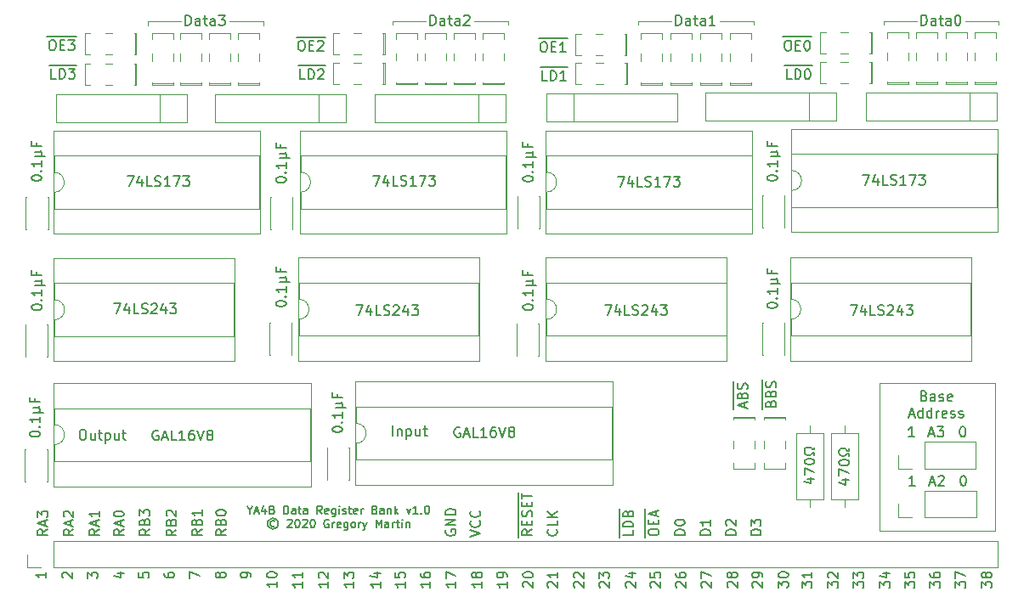
<source format=gbr>
G04 #@! TF.GenerationSoftware,KiCad,Pcbnew,(5.1.4-0-10_14)*
G04 #@! TF.CreationDate,2020-02-17T22:16:23-08:00*
G04 #@! TF.ProjectId,data-register-bank,64617461-2d72-4656-9769-737465722d62,rev?*
G04 #@! TF.SameCoordinates,Original*
G04 #@! TF.FileFunction,Legend,Top*
G04 #@! TF.FilePolarity,Positive*
%FSLAX46Y46*%
G04 Gerber Fmt 4.6, Leading zero omitted, Abs format (unit mm)*
G04 Created by KiCad (PCBNEW (5.1.4-0-10_14)) date 2020-02-17 22:16:23*
%MOMM*%
%LPD*%
G04 APERTURE LIST*
%ADD10C,0.150000*%
%ADD11C,0.120000*%
%ADD12C,0.200000*%
G04 APERTURE END LIST*
D10*
X73242004Y-179023652D02*
X73242004Y-179404604D01*
X72975338Y-178604604D02*
X73242004Y-179023652D01*
X73508671Y-178604604D01*
X73737242Y-179176033D02*
X74118195Y-179176033D01*
X73661052Y-179404604D02*
X73927719Y-178604604D01*
X74194385Y-179404604D01*
X74803909Y-178871271D02*
X74803909Y-179404604D01*
X74613433Y-178566509D02*
X74422957Y-179137938D01*
X74918195Y-179137938D01*
X75489623Y-178985557D02*
X75603909Y-179023652D01*
X75642004Y-179061747D01*
X75680100Y-179137938D01*
X75680100Y-179252223D01*
X75642004Y-179328414D01*
X75603909Y-179366509D01*
X75527719Y-179404604D01*
X75222957Y-179404604D01*
X75222957Y-178604604D01*
X75489623Y-178604604D01*
X75565814Y-178642700D01*
X75603909Y-178680795D01*
X75642004Y-178756985D01*
X75642004Y-178833176D01*
X75603909Y-178909366D01*
X75565814Y-178947461D01*
X75489623Y-178985557D01*
X75222957Y-178985557D01*
X76632480Y-179404604D02*
X76632480Y-178604604D01*
X76822957Y-178604604D01*
X76937242Y-178642700D01*
X77013433Y-178718890D01*
X77051528Y-178795080D01*
X77089623Y-178947461D01*
X77089623Y-179061747D01*
X77051528Y-179214128D01*
X77013433Y-179290319D01*
X76937242Y-179366509D01*
X76822957Y-179404604D01*
X76632480Y-179404604D01*
X77775338Y-179404604D02*
X77775338Y-178985557D01*
X77737242Y-178909366D01*
X77661052Y-178871271D01*
X77508671Y-178871271D01*
X77432480Y-178909366D01*
X77775338Y-179366509D02*
X77699147Y-179404604D01*
X77508671Y-179404604D01*
X77432480Y-179366509D01*
X77394385Y-179290319D01*
X77394385Y-179214128D01*
X77432480Y-179137938D01*
X77508671Y-179099842D01*
X77699147Y-179099842D01*
X77775338Y-179061747D01*
X78042004Y-178871271D02*
X78346766Y-178871271D01*
X78156290Y-178604604D02*
X78156290Y-179290319D01*
X78194385Y-179366509D01*
X78270576Y-179404604D01*
X78346766Y-179404604D01*
X78956290Y-179404604D02*
X78956290Y-178985557D01*
X78918195Y-178909366D01*
X78842004Y-178871271D01*
X78689623Y-178871271D01*
X78613433Y-178909366D01*
X78956290Y-179366509D02*
X78880100Y-179404604D01*
X78689623Y-179404604D01*
X78613433Y-179366509D01*
X78575338Y-179290319D01*
X78575338Y-179214128D01*
X78613433Y-179137938D01*
X78689623Y-179099842D01*
X78880100Y-179099842D01*
X78956290Y-179061747D01*
X80403909Y-179404604D02*
X80137242Y-179023652D01*
X79946766Y-179404604D02*
X79946766Y-178604604D01*
X80251528Y-178604604D01*
X80327719Y-178642700D01*
X80365814Y-178680795D01*
X80403909Y-178756985D01*
X80403909Y-178871271D01*
X80365814Y-178947461D01*
X80327719Y-178985557D01*
X80251528Y-179023652D01*
X79946766Y-179023652D01*
X81051528Y-179366509D02*
X80975338Y-179404604D01*
X80822957Y-179404604D01*
X80746766Y-179366509D01*
X80708671Y-179290319D01*
X80708671Y-178985557D01*
X80746766Y-178909366D01*
X80822957Y-178871271D01*
X80975338Y-178871271D01*
X81051528Y-178909366D01*
X81089623Y-178985557D01*
X81089623Y-179061747D01*
X80708671Y-179137938D01*
X81775338Y-178871271D02*
X81775338Y-179518890D01*
X81737242Y-179595080D01*
X81699147Y-179633176D01*
X81622957Y-179671271D01*
X81508671Y-179671271D01*
X81432480Y-179633176D01*
X81775338Y-179366509D02*
X81699147Y-179404604D01*
X81546766Y-179404604D01*
X81470576Y-179366509D01*
X81432480Y-179328414D01*
X81394385Y-179252223D01*
X81394385Y-179023652D01*
X81432480Y-178947461D01*
X81470576Y-178909366D01*
X81546766Y-178871271D01*
X81699147Y-178871271D01*
X81775338Y-178909366D01*
X82156290Y-179404604D02*
X82156290Y-178871271D01*
X82156290Y-178604604D02*
X82118195Y-178642700D01*
X82156290Y-178680795D01*
X82194385Y-178642700D01*
X82156290Y-178604604D01*
X82156290Y-178680795D01*
X82499147Y-179366509D02*
X82575338Y-179404604D01*
X82727719Y-179404604D01*
X82803909Y-179366509D01*
X82842004Y-179290319D01*
X82842004Y-179252223D01*
X82803909Y-179176033D01*
X82727719Y-179137938D01*
X82613433Y-179137938D01*
X82537242Y-179099842D01*
X82499147Y-179023652D01*
X82499147Y-178985557D01*
X82537242Y-178909366D01*
X82613433Y-178871271D01*
X82727719Y-178871271D01*
X82803909Y-178909366D01*
X83070576Y-178871271D02*
X83375338Y-178871271D01*
X83184861Y-178604604D02*
X83184861Y-179290319D01*
X83222957Y-179366509D01*
X83299147Y-179404604D01*
X83375338Y-179404604D01*
X83946766Y-179366509D02*
X83870576Y-179404604D01*
X83718195Y-179404604D01*
X83642004Y-179366509D01*
X83603909Y-179290319D01*
X83603909Y-178985557D01*
X83642004Y-178909366D01*
X83718195Y-178871271D01*
X83870576Y-178871271D01*
X83946766Y-178909366D01*
X83984861Y-178985557D01*
X83984861Y-179061747D01*
X83603909Y-179137938D01*
X84327719Y-179404604D02*
X84327719Y-178871271D01*
X84327719Y-179023652D02*
X84365814Y-178947461D01*
X84403909Y-178909366D01*
X84480099Y-178871271D01*
X84556290Y-178871271D01*
X85699147Y-178985557D02*
X85813433Y-179023652D01*
X85851528Y-179061747D01*
X85889623Y-179137938D01*
X85889623Y-179252223D01*
X85851528Y-179328414D01*
X85813433Y-179366509D01*
X85737242Y-179404604D01*
X85432480Y-179404604D01*
X85432480Y-178604604D01*
X85699147Y-178604604D01*
X85775338Y-178642700D01*
X85813433Y-178680795D01*
X85851528Y-178756985D01*
X85851528Y-178833176D01*
X85813433Y-178909366D01*
X85775338Y-178947461D01*
X85699147Y-178985557D01*
X85432480Y-178985557D01*
X86575338Y-179404604D02*
X86575338Y-178985557D01*
X86537242Y-178909366D01*
X86461052Y-178871271D01*
X86308671Y-178871271D01*
X86232480Y-178909366D01*
X86575338Y-179366509D02*
X86499147Y-179404604D01*
X86308671Y-179404604D01*
X86232480Y-179366509D01*
X86194385Y-179290319D01*
X86194385Y-179214128D01*
X86232480Y-179137938D01*
X86308671Y-179099842D01*
X86499147Y-179099842D01*
X86575338Y-179061747D01*
X86956290Y-178871271D02*
X86956290Y-179404604D01*
X86956290Y-178947461D02*
X86994385Y-178909366D01*
X87070576Y-178871271D01*
X87184861Y-178871271D01*
X87261052Y-178909366D01*
X87299147Y-178985557D01*
X87299147Y-179404604D01*
X87680099Y-179404604D02*
X87680099Y-178604604D01*
X87756290Y-179099842D02*
X87984861Y-179404604D01*
X87984861Y-178871271D02*
X87680099Y-179176033D01*
X88861052Y-178871271D02*
X89051528Y-179404604D01*
X89242004Y-178871271D01*
X89965814Y-179404604D02*
X89508671Y-179404604D01*
X89737242Y-179404604D02*
X89737242Y-178604604D01*
X89661052Y-178718890D01*
X89584861Y-178795080D01*
X89508671Y-178833176D01*
X90308671Y-179328414D02*
X90346766Y-179366509D01*
X90308671Y-179404604D01*
X90270576Y-179366509D01*
X90308671Y-179328414D01*
X90308671Y-179404604D01*
X90842004Y-178604604D02*
X90918195Y-178604604D01*
X90994385Y-178642700D01*
X91032480Y-178680795D01*
X91070576Y-178756985D01*
X91108671Y-178909366D01*
X91108671Y-179099842D01*
X91070576Y-179252223D01*
X91032480Y-179328414D01*
X90994385Y-179366509D01*
X90918195Y-179404604D01*
X90842004Y-179404604D01*
X90765814Y-179366509D01*
X90727719Y-179328414D01*
X90689623Y-179252223D01*
X90651528Y-179099842D01*
X90651528Y-178909366D01*
X90689623Y-178756985D01*
X90727719Y-178680795D01*
X90765814Y-178642700D01*
X90842004Y-178604604D01*
X75680100Y-180145080D02*
X75603909Y-180106985D01*
X75451528Y-180106985D01*
X75375338Y-180145080D01*
X75299147Y-180221271D01*
X75261052Y-180297461D01*
X75261052Y-180449842D01*
X75299147Y-180526033D01*
X75375338Y-180602223D01*
X75451528Y-180640319D01*
X75603909Y-180640319D01*
X75680100Y-180602223D01*
X75527719Y-179840319D02*
X75337242Y-179878414D01*
X75146766Y-179992700D01*
X75032480Y-180183176D01*
X74994385Y-180373652D01*
X75032480Y-180564128D01*
X75146766Y-180754604D01*
X75337242Y-180868890D01*
X75527719Y-180906985D01*
X75718195Y-180868890D01*
X75908671Y-180754604D01*
X76022957Y-180564128D01*
X76061052Y-180373652D01*
X76022957Y-180183176D01*
X75908671Y-179992700D01*
X75718195Y-179878414D01*
X75527719Y-179840319D01*
X76975338Y-180030795D02*
X77013433Y-179992700D01*
X77089623Y-179954604D01*
X77280100Y-179954604D01*
X77356290Y-179992700D01*
X77394385Y-180030795D01*
X77432480Y-180106985D01*
X77432480Y-180183176D01*
X77394385Y-180297461D01*
X76937242Y-180754604D01*
X77432480Y-180754604D01*
X77927719Y-179954604D02*
X78003909Y-179954604D01*
X78080100Y-179992700D01*
X78118195Y-180030795D01*
X78156290Y-180106985D01*
X78194385Y-180259366D01*
X78194385Y-180449842D01*
X78156290Y-180602223D01*
X78118195Y-180678414D01*
X78080100Y-180716509D01*
X78003909Y-180754604D01*
X77927719Y-180754604D01*
X77851528Y-180716509D01*
X77813433Y-180678414D01*
X77775338Y-180602223D01*
X77737242Y-180449842D01*
X77737242Y-180259366D01*
X77775338Y-180106985D01*
X77813433Y-180030795D01*
X77851528Y-179992700D01*
X77927719Y-179954604D01*
X78499147Y-180030795D02*
X78537242Y-179992700D01*
X78613433Y-179954604D01*
X78803909Y-179954604D01*
X78880100Y-179992700D01*
X78918195Y-180030795D01*
X78956290Y-180106985D01*
X78956290Y-180183176D01*
X78918195Y-180297461D01*
X78461052Y-180754604D01*
X78956290Y-180754604D01*
X79451528Y-179954604D02*
X79527719Y-179954604D01*
X79603909Y-179992700D01*
X79642004Y-180030795D01*
X79680100Y-180106985D01*
X79718195Y-180259366D01*
X79718195Y-180449842D01*
X79680100Y-180602223D01*
X79642004Y-180678414D01*
X79603909Y-180716509D01*
X79527719Y-180754604D01*
X79451528Y-180754604D01*
X79375338Y-180716509D01*
X79337242Y-180678414D01*
X79299147Y-180602223D01*
X79261052Y-180449842D01*
X79261052Y-180259366D01*
X79299147Y-180106985D01*
X79337242Y-180030795D01*
X79375338Y-179992700D01*
X79451528Y-179954604D01*
X81089623Y-179992700D02*
X81013433Y-179954604D01*
X80899147Y-179954604D01*
X80784861Y-179992700D01*
X80708671Y-180068890D01*
X80670576Y-180145080D01*
X80632480Y-180297461D01*
X80632480Y-180411747D01*
X80670576Y-180564128D01*
X80708671Y-180640319D01*
X80784861Y-180716509D01*
X80899147Y-180754604D01*
X80975338Y-180754604D01*
X81089623Y-180716509D01*
X81127719Y-180678414D01*
X81127719Y-180411747D01*
X80975338Y-180411747D01*
X81470576Y-180754604D02*
X81470576Y-180221271D01*
X81470576Y-180373652D02*
X81508671Y-180297461D01*
X81546766Y-180259366D01*
X81622957Y-180221271D01*
X81699147Y-180221271D01*
X82270576Y-180716509D02*
X82194385Y-180754604D01*
X82042004Y-180754604D01*
X81965814Y-180716509D01*
X81927719Y-180640319D01*
X81927719Y-180335557D01*
X81965814Y-180259366D01*
X82042004Y-180221271D01*
X82194385Y-180221271D01*
X82270576Y-180259366D01*
X82308671Y-180335557D01*
X82308671Y-180411747D01*
X81927719Y-180487938D01*
X82994385Y-180221271D02*
X82994385Y-180868890D01*
X82956290Y-180945080D01*
X82918195Y-180983176D01*
X82842004Y-181021271D01*
X82727719Y-181021271D01*
X82651528Y-180983176D01*
X82994385Y-180716509D02*
X82918195Y-180754604D01*
X82765814Y-180754604D01*
X82689623Y-180716509D01*
X82651528Y-180678414D01*
X82613433Y-180602223D01*
X82613433Y-180373652D01*
X82651528Y-180297461D01*
X82689623Y-180259366D01*
X82765814Y-180221271D01*
X82918195Y-180221271D01*
X82994385Y-180259366D01*
X83489623Y-180754604D02*
X83413433Y-180716509D01*
X83375338Y-180678414D01*
X83337242Y-180602223D01*
X83337242Y-180373652D01*
X83375338Y-180297461D01*
X83413433Y-180259366D01*
X83489623Y-180221271D01*
X83603909Y-180221271D01*
X83680100Y-180259366D01*
X83718195Y-180297461D01*
X83756290Y-180373652D01*
X83756290Y-180602223D01*
X83718195Y-180678414D01*
X83680100Y-180716509D01*
X83603909Y-180754604D01*
X83489623Y-180754604D01*
X84099147Y-180754604D02*
X84099147Y-180221271D01*
X84099147Y-180373652D02*
X84137242Y-180297461D01*
X84175338Y-180259366D01*
X84251528Y-180221271D01*
X84327719Y-180221271D01*
X84518195Y-180221271D02*
X84708671Y-180754604D01*
X84899147Y-180221271D02*
X84708671Y-180754604D01*
X84632480Y-180945080D01*
X84594385Y-180983176D01*
X84518195Y-181021271D01*
X85813433Y-180754604D02*
X85813433Y-179954604D01*
X86080100Y-180526033D01*
X86346766Y-179954604D01*
X86346766Y-180754604D01*
X87070576Y-180754604D02*
X87070576Y-180335557D01*
X87032480Y-180259366D01*
X86956290Y-180221271D01*
X86803909Y-180221271D01*
X86727719Y-180259366D01*
X87070576Y-180716509D02*
X86994385Y-180754604D01*
X86803909Y-180754604D01*
X86727719Y-180716509D01*
X86689623Y-180640319D01*
X86689623Y-180564128D01*
X86727719Y-180487938D01*
X86803909Y-180449842D01*
X86994385Y-180449842D01*
X87070576Y-180411747D01*
X87451528Y-180754604D02*
X87451528Y-180221271D01*
X87451528Y-180373652D02*
X87489623Y-180297461D01*
X87527719Y-180259366D01*
X87603909Y-180221271D01*
X87680100Y-180221271D01*
X87832480Y-180221271D02*
X88137242Y-180221271D01*
X87946766Y-179954604D02*
X87946766Y-180640319D01*
X87984861Y-180716509D01*
X88061052Y-180754604D01*
X88137242Y-180754604D01*
X88403909Y-180754604D02*
X88403909Y-180221271D01*
X88403909Y-179954604D02*
X88365814Y-179992700D01*
X88403909Y-180030795D01*
X88442004Y-179992700D01*
X88403909Y-179954604D01*
X88403909Y-180030795D01*
X88784861Y-180221271D02*
X88784861Y-180754604D01*
X88784861Y-180297461D02*
X88822957Y-180259366D01*
X88899147Y-180221271D01*
X89013433Y-180221271D01*
X89089623Y-180259366D01*
X89127719Y-180335557D01*
X89127719Y-180754604D01*
D11*
X71196200Y-130302000D02*
X74561700Y-130302000D01*
X66421000Y-130302000D02*
X63055500Y-130302000D01*
X74561700Y-130302000D02*
X74561700Y-130695700D01*
X63055500Y-130695700D02*
X63055500Y-130302000D01*
D10*
X66841928Y-130716280D02*
X66841928Y-129716280D01*
X67080023Y-129716280D01*
X67222880Y-129763900D01*
X67318119Y-129859138D01*
X67365738Y-129954376D01*
X67413357Y-130144852D01*
X67413357Y-130287709D01*
X67365738Y-130478185D01*
X67318119Y-130573423D01*
X67222880Y-130668661D01*
X67080023Y-130716280D01*
X66841928Y-130716280D01*
X68270500Y-130716280D02*
X68270500Y-130192471D01*
X68222880Y-130097233D01*
X68127642Y-130049614D01*
X67937166Y-130049614D01*
X67841928Y-130097233D01*
X68270500Y-130668661D02*
X68175261Y-130716280D01*
X67937166Y-130716280D01*
X67841928Y-130668661D01*
X67794309Y-130573423D01*
X67794309Y-130478185D01*
X67841928Y-130382947D01*
X67937166Y-130335328D01*
X68175261Y-130335328D01*
X68270500Y-130287709D01*
X68603833Y-130049614D02*
X68984785Y-130049614D01*
X68746690Y-129716280D02*
X68746690Y-130573423D01*
X68794309Y-130668661D01*
X68889547Y-130716280D01*
X68984785Y-130716280D01*
X69746690Y-130716280D02*
X69746690Y-130192471D01*
X69699071Y-130097233D01*
X69603833Y-130049614D01*
X69413357Y-130049614D01*
X69318119Y-130097233D01*
X69746690Y-130668661D02*
X69651452Y-130716280D01*
X69413357Y-130716280D01*
X69318119Y-130668661D01*
X69270500Y-130573423D01*
X69270500Y-130478185D01*
X69318119Y-130382947D01*
X69413357Y-130335328D01*
X69651452Y-130335328D01*
X69746690Y-130287709D01*
X70127642Y-129716280D02*
X70746690Y-129716280D01*
X70413357Y-130097233D01*
X70556214Y-130097233D01*
X70651452Y-130144852D01*
X70699071Y-130192471D01*
X70746690Y-130287709D01*
X70746690Y-130525804D01*
X70699071Y-130621042D01*
X70651452Y-130668661D01*
X70556214Y-130716280D01*
X70270500Y-130716280D01*
X70175261Y-130668661D01*
X70127642Y-130621042D01*
D11*
X98945700Y-130276600D02*
X98945700Y-130670300D01*
X95580200Y-130276600D02*
X98945700Y-130276600D01*
X87439500Y-130670300D02*
X87439500Y-130276600D01*
X90805000Y-130276600D02*
X87439500Y-130276600D01*
D10*
X91225928Y-130690880D02*
X91225928Y-129690880D01*
X91464023Y-129690880D01*
X91606880Y-129738500D01*
X91702119Y-129833738D01*
X91749738Y-129928976D01*
X91797357Y-130119452D01*
X91797357Y-130262309D01*
X91749738Y-130452785D01*
X91702119Y-130548023D01*
X91606880Y-130643261D01*
X91464023Y-130690880D01*
X91225928Y-130690880D01*
X92654500Y-130690880D02*
X92654500Y-130167071D01*
X92606880Y-130071833D01*
X92511642Y-130024214D01*
X92321166Y-130024214D01*
X92225928Y-130071833D01*
X92654500Y-130643261D02*
X92559261Y-130690880D01*
X92321166Y-130690880D01*
X92225928Y-130643261D01*
X92178309Y-130548023D01*
X92178309Y-130452785D01*
X92225928Y-130357547D01*
X92321166Y-130309928D01*
X92559261Y-130309928D01*
X92654500Y-130262309D01*
X92987833Y-130024214D02*
X93368785Y-130024214D01*
X93130690Y-129690880D02*
X93130690Y-130548023D01*
X93178309Y-130643261D01*
X93273547Y-130690880D01*
X93368785Y-130690880D01*
X94130690Y-130690880D02*
X94130690Y-130167071D01*
X94083071Y-130071833D01*
X93987833Y-130024214D01*
X93797357Y-130024214D01*
X93702119Y-130071833D01*
X94130690Y-130643261D02*
X94035452Y-130690880D01*
X93797357Y-130690880D01*
X93702119Y-130643261D01*
X93654500Y-130548023D01*
X93654500Y-130452785D01*
X93702119Y-130357547D01*
X93797357Y-130309928D01*
X94035452Y-130309928D01*
X94130690Y-130262309D01*
X94559261Y-129786119D02*
X94606880Y-129738500D01*
X94702119Y-129690880D01*
X94940214Y-129690880D01*
X95035452Y-129738500D01*
X95083071Y-129786119D01*
X95130690Y-129881357D01*
X95130690Y-129976595D01*
X95083071Y-130119452D01*
X94511642Y-130690880D01*
X95130690Y-130690880D01*
D11*
X147866100Y-130263900D02*
X147866100Y-130657600D01*
X144500600Y-130263900D02*
X147866100Y-130263900D01*
X136359900Y-130657600D02*
X136359900Y-130263900D01*
X139725400Y-130263900D02*
X136359900Y-130263900D01*
D10*
X140146328Y-130678180D02*
X140146328Y-129678180D01*
X140384423Y-129678180D01*
X140527280Y-129725800D01*
X140622519Y-129821038D01*
X140670138Y-129916276D01*
X140717757Y-130106752D01*
X140717757Y-130249609D01*
X140670138Y-130440085D01*
X140622519Y-130535323D01*
X140527280Y-130630561D01*
X140384423Y-130678180D01*
X140146328Y-130678180D01*
X141574900Y-130678180D02*
X141574900Y-130154371D01*
X141527280Y-130059133D01*
X141432042Y-130011514D01*
X141241566Y-130011514D01*
X141146328Y-130059133D01*
X141574900Y-130630561D02*
X141479661Y-130678180D01*
X141241566Y-130678180D01*
X141146328Y-130630561D01*
X141098709Y-130535323D01*
X141098709Y-130440085D01*
X141146328Y-130344847D01*
X141241566Y-130297228D01*
X141479661Y-130297228D01*
X141574900Y-130249609D01*
X141908233Y-130011514D02*
X142289185Y-130011514D01*
X142051090Y-129678180D02*
X142051090Y-130535323D01*
X142098709Y-130630561D01*
X142193947Y-130678180D01*
X142289185Y-130678180D01*
X143051090Y-130678180D02*
X143051090Y-130154371D01*
X143003471Y-130059133D01*
X142908233Y-130011514D01*
X142717757Y-130011514D01*
X142622519Y-130059133D01*
X143051090Y-130630561D02*
X142955852Y-130678180D01*
X142717757Y-130678180D01*
X142622519Y-130630561D01*
X142574900Y-130535323D01*
X142574900Y-130440085D01*
X142622519Y-130344847D01*
X142717757Y-130297228D01*
X142955852Y-130297228D01*
X143051090Y-130249609D01*
X143717757Y-129678180D02*
X143812995Y-129678180D01*
X143908233Y-129725800D01*
X143955852Y-129773419D01*
X144003471Y-129868657D01*
X144051090Y-130059133D01*
X144051090Y-130297228D01*
X144003471Y-130487704D01*
X143955852Y-130582942D01*
X143908233Y-130630561D01*
X143812995Y-130678180D01*
X143717757Y-130678180D01*
X143622519Y-130630561D01*
X143574900Y-130582942D01*
X143527280Y-130487704D01*
X143479661Y-130297228D01*
X143479661Y-130059133D01*
X143527280Y-129868657D01*
X143574900Y-129773419D01*
X143622519Y-129725800D01*
X143717757Y-129678180D01*
D11*
X111899700Y-130670300D02*
X111899700Y-130276600D01*
X115265200Y-130276600D02*
X111899700Y-130276600D01*
X123405900Y-130276600D02*
X123405900Y-130670300D01*
X120040400Y-130276600D02*
X123405900Y-130276600D01*
D10*
X115686128Y-130690880D02*
X115686128Y-129690880D01*
X115924223Y-129690880D01*
X116067080Y-129738500D01*
X116162319Y-129833738D01*
X116209938Y-129928976D01*
X116257557Y-130119452D01*
X116257557Y-130262309D01*
X116209938Y-130452785D01*
X116162319Y-130548023D01*
X116067080Y-130643261D01*
X115924223Y-130690880D01*
X115686128Y-130690880D01*
X117114700Y-130690880D02*
X117114700Y-130167071D01*
X117067080Y-130071833D01*
X116971842Y-130024214D01*
X116781366Y-130024214D01*
X116686128Y-130071833D01*
X117114700Y-130643261D02*
X117019461Y-130690880D01*
X116781366Y-130690880D01*
X116686128Y-130643261D01*
X116638509Y-130548023D01*
X116638509Y-130452785D01*
X116686128Y-130357547D01*
X116781366Y-130309928D01*
X117019461Y-130309928D01*
X117114700Y-130262309D01*
X117448033Y-130024214D02*
X117828985Y-130024214D01*
X117590890Y-129690880D02*
X117590890Y-130548023D01*
X117638509Y-130643261D01*
X117733747Y-130690880D01*
X117828985Y-130690880D01*
X118590890Y-130690880D02*
X118590890Y-130167071D01*
X118543271Y-130071833D01*
X118448033Y-130024214D01*
X118257557Y-130024214D01*
X118162319Y-130071833D01*
X118590890Y-130643261D02*
X118495652Y-130690880D01*
X118257557Y-130690880D01*
X118162319Y-130643261D01*
X118114700Y-130548023D01*
X118114700Y-130452785D01*
X118162319Y-130357547D01*
X118257557Y-130309928D01*
X118495652Y-130309928D01*
X118590890Y-130262309D01*
X119590890Y-130690880D02*
X119019461Y-130690880D01*
X119305176Y-130690880D02*
X119305176Y-129690880D01*
X119209938Y-129833738D01*
X119114700Y-129928976D01*
X119019461Y-129976595D01*
D11*
X135966200Y-181076600D02*
X135940800Y-166395400D01*
X147472400Y-181063900D02*
X135966200Y-181076600D01*
X147472400Y-166395400D02*
X147472400Y-181063900D01*
X135940800Y-166395400D02*
X147472400Y-166395400D01*
D10*
X140416114Y-167632571D02*
X140558971Y-167680190D01*
X140606590Y-167727809D01*
X140654209Y-167823047D01*
X140654209Y-167965904D01*
X140606590Y-168061142D01*
X140558971Y-168108761D01*
X140463733Y-168156380D01*
X140082780Y-168156380D01*
X140082780Y-167156380D01*
X140416114Y-167156380D01*
X140511352Y-167204000D01*
X140558971Y-167251619D01*
X140606590Y-167346857D01*
X140606590Y-167442095D01*
X140558971Y-167537333D01*
X140511352Y-167584952D01*
X140416114Y-167632571D01*
X140082780Y-167632571D01*
X141511352Y-168156380D02*
X141511352Y-167632571D01*
X141463733Y-167537333D01*
X141368495Y-167489714D01*
X141178019Y-167489714D01*
X141082780Y-167537333D01*
X141511352Y-168108761D02*
X141416114Y-168156380D01*
X141178019Y-168156380D01*
X141082780Y-168108761D01*
X141035161Y-168013523D01*
X141035161Y-167918285D01*
X141082780Y-167823047D01*
X141178019Y-167775428D01*
X141416114Y-167775428D01*
X141511352Y-167727809D01*
X141939923Y-168108761D02*
X142035161Y-168156380D01*
X142225638Y-168156380D01*
X142320876Y-168108761D01*
X142368495Y-168013523D01*
X142368495Y-167965904D01*
X142320876Y-167870666D01*
X142225638Y-167823047D01*
X142082780Y-167823047D01*
X141987542Y-167775428D01*
X141939923Y-167680190D01*
X141939923Y-167632571D01*
X141987542Y-167537333D01*
X142082780Y-167489714D01*
X142225638Y-167489714D01*
X142320876Y-167537333D01*
X143178019Y-168108761D02*
X143082780Y-168156380D01*
X142892304Y-168156380D01*
X142797066Y-168108761D01*
X142749447Y-168013523D01*
X142749447Y-167632571D01*
X142797066Y-167537333D01*
X142892304Y-167489714D01*
X143082780Y-167489714D01*
X143178019Y-167537333D01*
X143225638Y-167632571D01*
X143225638Y-167727809D01*
X142749447Y-167823047D01*
X138939923Y-169520666D02*
X139416114Y-169520666D01*
X138844685Y-169806380D02*
X139178019Y-168806380D01*
X139511352Y-169806380D01*
X140273257Y-169806380D02*
X140273257Y-168806380D01*
X140273257Y-169758761D02*
X140178019Y-169806380D01*
X139987542Y-169806380D01*
X139892304Y-169758761D01*
X139844685Y-169711142D01*
X139797066Y-169615904D01*
X139797066Y-169330190D01*
X139844685Y-169234952D01*
X139892304Y-169187333D01*
X139987542Y-169139714D01*
X140178019Y-169139714D01*
X140273257Y-169187333D01*
X141178019Y-169806380D02*
X141178019Y-168806380D01*
X141178019Y-169758761D02*
X141082780Y-169806380D01*
X140892304Y-169806380D01*
X140797066Y-169758761D01*
X140749447Y-169711142D01*
X140701828Y-169615904D01*
X140701828Y-169330190D01*
X140749447Y-169234952D01*
X140797066Y-169187333D01*
X140892304Y-169139714D01*
X141082780Y-169139714D01*
X141178019Y-169187333D01*
X141654209Y-169806380D02*
X141654209Y-169139714D01*
X141654209Y-169330190D02*
X141701828Y-169234952D01*
X141749447Y-169187333D01*
X141844685Y-169139714D01*
X141939923Y-169139714D01*
X142654209Y-169758761D02*
X142558971Y-169806380D01*
X142368495Y-169806380D01*
X142273257Y-169758761D01*
X142225638Y-169663523D01*
X142225638Y-169282571D01*
X142273257Y-169187333D01*
X142368495Y-169139714D01*
X142558971Y-169139714D01*
X142654209Y-169187333D01*
X142701828Y-169282571D01*
X142701828Y-169377809D01*
X142225638Y-169473047D01*
X143082780Y-169758761D02*
X143178019Y-169806380D01*
X143368495Y-169806380D01*
X143463733Y-169758761D01*
X143511352Y-169663523D01*
X143511352Y-169615904D01*
X143463733Y-169520666D01*
X143368495Y-169473047D01*
X143225638Y-169473047D01*
X143130400Y-169425428D01*
X143082780Y-169330190D01*
X143082780Y-169282571D01*
X143130400Y-169187333D01*
X143225638Y-169139714D01*
X143368495Y-169139714D01*
X143463733Y-169187333D01*
X143892304Y-169758761D02*
X143987542Y-169806380D01*
X144178019Y-169806380D01*
X144273257Y-169758761D01*
X144320876Y-169663523D01*
X144320876Y-169615904D01*
X144273257Y-169520666D01*
X144178019Y-169473047D01*
X144035161Y-169473047D01*
X143939923Y-169425428D01*
X143892304Y-169330190D01*
X143892304Y-169282571D01*
X143939923Y-169187333D01*
X144035161Y-169139714D01*
X144178019Y-169139714D01*
X144273257Y-169187333D01*
X139439614Y-171711880D02*
X138868185Y-171711880D01*
X139153900Y-171711880D02*
X139153900Y-170711880D01*
X139058661Y-170854738D01*
X138963423Y-170949976D01*
X138868185Y-170997595D01*
X140928814Y-171426166D02*
X141405004Y-171426166D01*
X140833576Y-171711880D02*
X141166909Y-170711880D01*
X141500242Y-171711880D01*
X141738338Y-170711880D02*
X142357385Y-170711880D01*
X142024052Y-171092833D01*
X142166909Y-171092833D01*
X142262147Y-171140452D01*
X142309766Y-171188071D01*
X142357385Y-171283309D01*
X142357385Y-171521404D01*
X142309766Y-171616642D01*
X142262147Y-171664261D01*
X142166909Y-171711880D01*
X141881195Y-171711880D01*
X141785957Y-171664261D01*
X141738338Y-171616642D01*
X144211680Y-170711880D02*
X144306919Y-170711880D01*
X144402157Y-170759500D01*
X144449776Y-170807119D01*
X144497395Y-170902357D01*
X144545014Y-171092833D01*
X144545014Y-171330928D01*
X144497395Y-171521404D01*
X144449776Y-171616642D01*
X144402157Y-171664261D01*
X144306919Y-171711880D01*
X144211680Y-171711880D01*
X144116442Y-171664261D01*
X144068823Y-171616642D01*
X144021204Y-171521404D01*
X143973585Y-171330928D01*
X143973585Y-171092833D01*
X144021204Y-170902357D01*
X144068823Y-170807119D01*
X144116442Y-170759500D01*
X144211680Y-170711880D01*
X144262480Y-175588680D02*
X144357719Y-175588680D01*
X144452957Y-175636300D01*
X144500576Y-175683919D01*
X144548195Y-175779157D01*
X144595814Y-175969633D01*
X144595814Y-176207728D01*
X144548195Y-176398204D01*
X144500576Y-176493442D01*
X144452957Y-176541061D01*
X144357719Y-176588680D01*
X144262480Y-176588680D01*
X144167242Y-176541061D01*
X144119623Y-176493442D01*
X144072004Y-176398204D01*
X144024385Y-176207728D01*
X144024385Y-175969633D01*
X144072004Y-175779157D01*
X144119623Y-175683919D01*
X144167242Y-175636300D01*
X144262480Y-175588680D01*
X139490414Y-176588680D02*
X138918985Y-176588680D01*
X139204700Y-176588680D02*
X139204700Y-175588680D01*
X139109461Y-175731538D01*
X139014223Y-175826776D01*
X138918985Y-175874395D01*
X140979614Y-176302966D02*
X141455804Y-176302966D01*
X140884376Y-176588680D02*
X141217709Y-175588680D01*
X141551042Y-176588680D01*
X141836757Y-175683919D02*
X141884376Y-175636300D01*
X141979614Y-175588680D01*
X142217709Y-175588680D01*
X142312947Y-175636300D01*
X142360566Y-175683919D01*
X142408185Y-175779157D01*
X142408185Y-175874395D01*
X142360566Y-176017252D01*
X141789138Y-176588680D01*
X142408185Y-176588680D01*
X121449500Y-169019361D02*
X121449500Y-168162219D01*
X122531166Y-168828885D02*
X122531166Y-168352695D01*
X122816880Y-168924123D02*
X121816880Y-168590790D01*
X122816880Y-168257457D01*
X121449500Y-168162219D02*
X121449500Y-167162219D01*
X122293071Y-167590790D02*
X122340690Y-167447933D01*
X122388309Y-167400314D01*
X122483547Y-167352695D01*
X122626404Y-167352695D01*
X122721642Y-167400314D01*
X122769261Y-167447933D01*
X122816880Y-167543171D01*
X122816880Y-167924123D01*
X121816880Y-167924123D01*
X121816880Y-167590790D01*
X121864500Y-167495552D01*
X121912119Y-167447933D01*
X122007357Y-167400314D01*
X122102595Y-167400314D01*
X122197833Y-167447933D01*
X122245452Y-167495552D01*
X122293071Y-167590790D01*
X122293071Y-167924123D01*
X121449500Y-167162219D02*
X121449500Y-166209838D01*
X122769261Y-166971742D02*
X122816880Y-166828885D01*
X122816880Y-166590790D01*
X122769261Y-166495552D01*
X122721642Y-166447933D01*
X122626404Y-166400314D01*
X122531166Y-166400314D01*
X122435928Y-166447933D01*
X122388309Y-166495552D01*
X122340690Y-166590790D01*
X122293071Y-166781266D01*
X122245452Y-166876504D01*
X122197833Y-166924123D01*
X122102595Y-166971742D01*
X122007357Y-166971742D01*
X121912119Y-166924123D01*
X121864500Y-166876504D01*
X121816880Y-166781266D01*
X121816880Y-166543171D01*
X121864500Y-166400314D01*
X124294300Y-168989190D02*
X124294300Y-167989190D01*
X125137871Y-168417761D02*
X125185490Y-168274904D01*
X125233109Y-168227285D01*
X125328347Y-168179666D01*
X125471204Y-168179666D01*
X125566442Y-168227285D01*
X125614061Y-168274904D01*
X125661680Y-168370142D01*
X125661680Y-168751095D01*
X124661680Y-168751095D01*
X124661680Y-168417761D01*
X124709300Y-168322523D01*
X124756919Y-168274904D01*
X124852157Y-168227285D01*
X124947395Y-168227285D01*
X125042633Y-168274904D01*
X125090252Y-168322523D01*
X125137871Y-168417761D01*
X125137871Y-168751095D01*
X124294300Y-167989190D02*
X124294300Y-166989190D01*
X125137871Y-167417761D02*
X125185490Y-167274904D01*
X125233109Y-167227285D01*
X125328347Y-167179666D01*
X125471204Y-167179666D01*
X125566442Y-167227285D01*
X125614061Y-167274904D01*
X125661680Y-167370142D01*
X125661680Y-167751095D01*
X124661680Y-167751095D01*
X124661680Y-167417761D01*
X124709300Y-167322523D01*
X124756919Y-167274904D01*
X124852157Y-167227285D01*
X124947395Y-167227285D01*
X125042633Y-167274904D01*
X125090252Y-167322523D01*
X125137871Y-167417761D01*
X125137871Y-167751095D01*
X124294300Y-166989190D02*
X124294300Y-166036809D01*
X125614061Y-166798714D02*
X125661680Y-166655857D01*
X125661680Y-166417761D01*
X125614061Y-166322523D01*
X125566442Y-166274904D01*
X125471204Y-166227285D01*
X125375966Y-166227285D01*
X125280728Y-166274904D01*
X125233109Y-166322523D01*
X125185490Y-166417761D01*
X125137871Y-166608238D01*
X125090252Y-166703476D01*
X125042633Y-166751095D01*
X124947395Y-166798714D01*
X124852157Y-166798714D01*
X124756919Y-166751095D01*
X124709300Y-166703476D01*
X124661680Y-166608238D01*
X124661680Y-166370142D01*
X124709300Y-166227285D01*
X126508047Y-134695600D02*
X127317571Y-134695600D01*
X127222333Y-136062980D02*
X126746142Y-136062980D01*
X126746142Y-135062980D01*
X127317571Y-134695600D02*
X128317571Y-134695600D01*
X127555666Y-136062980D02*
X127555666Y-135062980D01*
X127793761Y-135062980D01*
X127936619Y-135110600D01*
X128031857Y-135205838D01*
X128079476Y-135301076D01*
X128127095Y-135491552D01*
X128127095Y-135634409D01*
X128079476Y-135824885D01*
X128031857Y-135920123D01*
X127936619Y-136015361D01*
X127793761Y-136062980D01*
X127555666Y-136062980D01*
X128317571Y-134695600D02*
X129269952Y-134695600D01*
X128746142Y-135062980D02*
X128841380Y-135062980D01*
X128936619Y-135110600D01*
X128984238Y-135158219D01*
X129031857Y-135253457D01*
X129079476Y-135443933D01*
X129079476Y-135682028D01*
X129031857Y-135872504D01*
X128984238Y-135967742D01*
X128936619Y-136015361D01*
X128841380Y-136062980D01*
X128746142Y-136062980D01*
X128650904Y-136015361D01*
X128603285Y-135967742D01*
X128555666Y-135872504D01*
X128508047Y-135682028D01*
X128508047Y-135443933D01*
X128555666Y-135253457D01*
X128603285Y-135158219D01*
X128650904Y-135110600D01*
X128746142Y-135062980D01*
X126335019Y-131850800D02*
X127382638Y-131850800D01*
X126763590Y-132218180D02*
X126954066Y-132218180D01*
X127049304Y-132265800D01*
X127144542Y-132361038D01*
X127192161Y-132551514D01*
X127192161Y-132884847D01*
X127144542Y-133075323D01*
X127049304Y-133170561D01*
X126954066Y-133218180D01*
X126763590Y-133218180D01*
X126668352Y-133170561D01*
X126573114Y-133075323D01*
X126525495Y-132884847D01*
X126525495Y-132551514D01*
X126573114Y-132361038D01*
X126668352Y-132265800D01*
X126763590Y-132218180D01*
X127382638Y-131850800D02*
X128287400Y-131850800D01*
X127620733Y-132694371D02*
X127954066Y-132694371D01*
X128096923Y-133218180D02*
X127620733Y-133218180D01*
X127620733Y-132218180D01*
X128096923Y-132218180D01*
X128287400Y-131850800D02*
X129239780Y-131850800D01*
X128715971Y-132218180D02*
X128811209Y-132218180D01*
X128906447Y-132265800D01*
X128954066Y-132313419D01*
X129001685Y-132408657D01*
X129049304Y-132599133D01*
X129049304Y-132837228D01*
X129001685Y-133027704D01*
X128954066Y-133122942D01*
X128906447Y-133170561D01*
X128811209Y-133218180D01*
X128715971Y-133218180D01*
X128620733Y-133170561D01*
X128573114Y-133122942D01*
X128525495Y-133027704D01*
X128477876Y-132837228D01*
X128477876Y-132599133D01*
X128525495Y-132408657D01*
X128573114Y-132313419D01*
X128620733Y-132265800D01*
X128715971Y-132218180D01*
X102162147Y-134835300D02*
X102971671Y-134835300D01*
X102876433Y-136202680D02*
X102400242Y-136202680D01*
X102400242Y-135202680D01*
X102971671Y-134835300D02*
X103971671Y-134835300D01*
X103209766Y-136202680D02*
X103209766Y-135202680D01*
X103447861Y-135202680D01*
X103590719Y-135250300D01*
X103685957Y-135345538D01*
X103733576Y-135440776D01*
X103781195Y-135631252D01*
X103781195Y-135774109D01*
X103733576Y-135964585D01*
X103685957Y-136059823D01*
X103590719Y-136155061D01*
X103447861Y-136202680D01*
X103209766Y-136202680D01*
X103971671Y-134835300D02*
X104924052Y-134835300D01*
X104733576Y-136202680D02*
X104162147Y-136202680D01*
X104447861Y-136202680D02*
X104447861Y-135202680D01*
X104352623Y-135345538D01*
X104257385Y-135440776D01*
X104162147Y-135488395D01*
X101989119Y-131990500D02*
X103036738Y-131990500D01*
X102417690Y-132357880D02*
X102608166Y-132357880D01*
X102703404Y-132405500D01*
X102798642Y-132500738D01*
X102846261Y-132691214D01*
X102846261Y-133024547D01*
X102798642Y-133215023D01*
X102703404Y-133310261D01*
X102608166Y-133357880D01*
X102417690Y-133357880D01*
X102322452Y-133310261D01*
X102227214Y-133215023D01*
X102179595Y-133024547D01*
X102179595Y-132691214D01*
X102227214Y-132500738D01*
X102322452Y-132405500D01*
X102417690Y-132357880D01*
X103036738Y-131990500D02*
X103941500Y-131990500D01*
X103274833Y-132834071D02*
X103608166Y-132834071D01*
X103751023Y-133357880D02*
X103274833Y-133357880D01*
X103274833Y-132357880D01*
X103751023Y-132357880D01*
X103941500Y-131990500D02*
X104893880Y-131990500D01*
X104703404Y-133357880D02*
X104131976Y-133357880D01*
X104417690Y-133357880D02*
X104417690Y-132357880D01*
X104322452Y-132500738D01*
X104227214Y-132595976D01*
X104131976Y-132643595D01*
X78032147Y-134708300D02*
X78841671Y-134708300D01*
X78746433Y-136075680D02*
X78270242Y-136075680D01*
X78270242Y-135075680D01*
X78841671Y-134708300D02*
X79841671Y-134708300D01*
X79079766Y-136075680D02*
X79079766Y-135075680D01*
X79317861Y-135075680D01*
X79460719Y-135123300D01*
X79555957Y-135218538D01*
X79603576Y-135313776D01*
X79651195Y-135504252D01*
X79651195Y-135647109D01*
X79603576Y-135837585D01*
X79555957Y-135932823D01*
X79460719Y-136028061D01*
X79317861Y-136075680D01*
X79079766Y-136075680D01*
X79841671Y-134708300D02*
X80794052Y-134708300D01*
X80032147Y-135170919D02*
X80079766Y-135123300D01*
X80175004Y-135075680D01*
X80413100Y-135075680D01*
X80508338Y-135123300D01*
X80555957Y-135170919D01*
X80603576Y-135266157D01*
X80603576Y-135361395D01*
X80555957Y-135504252D01*
X79984528Y-136075680D01*
X80603576Y-136075680D01*
X77859119Y-131863500D02*
X78906738Y-131863500D01*
X78287690Y-132230880D02*
X78478166Y-132230880D01*
X78573404Y-132278500D01*
X78668642Y-132373738D01*
X78716261Y-132564214D01*
X78716261Y-132897547D01*
X78668642Y-133088023D01*
X78573404Y-133183261D01*
X78478166Y-133230880D01*
X78287690Y-133230880D01*
X78192452Y-133183261D01*
X78097214Y-133088023D01*
X78049595Y-132897547D01*
X78049595Y-132564214D01*
X78097214Y-132373738D01*
X78192452Y-132278500D01*
X78287690Y-132230880D01*
X78906738Y-131863500D02*
X79811500Y-131863500D01*
X79144833Y-132707071D02*
X79478166Y-132707071D01*
X79621023Y-133230880D02*
X79144833Y-133230880D01*
X79144833Y-132230880D01*
X79621023Y-132230880D01*
X79811500Y-131863500D02*
X80763880Y-131863500D01*
X80001976Y-132326119D02*
X80049595Y-132278500D01*
X80144833Y-132230880D01*
X80382928Y-132230880D01*
X80478166Y-132278500D01*
X80525785Y-132326119D01*
X80573404Y-132421357D01*
X80573404Y-132516595D01*
X80525785Y-132659452D01*
X79954357Y-133230880D01*
X80573404Y-133230880D01*
X53216347Y-134657500D02*
X54025871Y-134657500D01*
X53930633Y-136024880D02*
X53454442Y-136024880D01*
X53454442Y-135024880D01*
X54025871Y-134657500D02*
X55025871Y-134657500D01*
X54263966Y-136024880D02*
X54263966Y-135024880D01*
X54502061Y-135024880D01*
X54644919Y-135072500D01*
X54740157Y-135167738D01*
X54787776Y-135262976D01*
X54835395Y-135453452D01*
X54835395Y-135596309D01*
X54787776Y-135786785D01*
X54740157Y-135882023D01*
X54644919Y-135977261D01*
X54502061Y-136024880D01*
X54263966Y-136024880D01*
X55025871Y-134657500D02*
X55978252Y-134657500D01*
X55168728Y-135024880D02*
X55787776Y-135024880D01*
X55454442Y-135405833D01*
X55597300Y-135405833D01*
X55692538Y-135453452D01*
X55740157Y-135501071D01*
X55787776Y-135596309D01*
X55787776Y-135834404D01*
X55740157Y-135929642D01*
X55692538Y-135977261D01*
X55597300Y-136024880D01*
X55311585Y-136024880D01*
X55216347Y-135977261D01*
X55168728Y-135929642D01*
X53043319Y-131812700D02*
X54090938Y-131812700D01*
X53471890Y-132180080D02*
X53662366Y-132180080D01*
X53757604Y-132227700D01*
X53852842Y-132322938D01*
X53900461Y-132513414D01*
X53900461Y-132846747D01*
X53852842Y-133037223D01*
X53757604Y-133132461D01*
X53662366Y-133180080D01*
X53471890Y-133180080D01*
X53376652Y-133132461D01*
X53281414Y-133037223D01*
X53233795Y-132846747D01*
X53233795Y-132513414D01*
X53281414Y-132322938D01*
X53376652Y-132227700D01*
X53471890Y-132180080D01*
X54090938Y-131812700D02*
X54995700Y-131812700D01*
X54329033Y-132656271D02*
X54662366Y-132656271D01*
X54805223Y-133180080D02*
X54329033Y-133180080D01*
X54329033Y-132180080D01*
X54805223Y-132180080D01*
X54995700Y-131812700D02*
X55948080Y-131812700D01*
X55138557Y-132180080D02*
X55757604Y-132180080D01*
X55424271Y-132561033D01*
X55567128Y-132561033D01*
X55662366Y-132608652D01*
X55709985Y-132656271D01*
X55757604Y-132751509D01*
X55757604Y-132989604D01*
X55709985Y-133084842D01*
X55662366Y-133132461D01*
X55567128Y-133180080D01*
X55281414Y-133180080D01*
X55186176Y-133132461D01*
X55138557Y-133084842D01*
X124163080Y-181503004D02*
X123163080Y-181503004D01*
X123163080Y-181264909D01*
X123210700Y-181122052D01*
X123305938Y-181026814D01*
X123401176Y-180979195D01*
X123591652Y-180931576D01*
X123734509Y-180931576D01*
X123924985Y-180979195D01*
X124020223Y-181026814D01*
X124115461Y-181122052D01*
X124163080Y-181264909D01*
X124163080Y-181503004D01*
X123163080Y-180598242D02*
X123163080Y-179979195D01*
X123544033Y-180312528D01*
X123544033Y-180169671D01*
X123591652Y-180074433D01*
X123639271Y-180026814D01*
X123734509Y-179979195D01*
X123972604Y-179979195D01*
X124067842Y-180026814D01*
X124115461Y-180074433D01*
X124163080Y-180169671D01*
X124163080Y-180455385D01*
X124115461Y-180550623D01*
X124067842Y-180598242D01*
X121661180Y-181503004D02*
X120661180Y-181503004D01*
X120661180Y-181264909D01*
X120708800Y-181122052D01*
X120804038Y-181026814D01*
X120899276Y-180979195D01*
X121089752Y-180931576D01*
X121232609Y-180931576D01*
X121423085Y-180979195D01*
X121518323Y-181026814D01*
X121613561Y-181122052D01*
X121661180Y-181264909D01*
X121661180Y-181503004D01*
X120756419Y-180550623D02*
X120708800Y-180503004D01*
X120661180Y-180407766D01*
X120661180Y-180169671D01*
X120708800Y-180074433D01*
X120756419Y-180026814D01*
X120851657Y-179979195D01*
X120946895Y-179979195D01*
X121089752Y-180026814D01*
X121661180Y-180598242D01*
X121661180Y-179979195D01*
X119121180Y-181503004D02*
X118121180Y-181503004D01*
X118121180Y-181264909D01*
X118168800Y-181122052D01*
X118264038Y-181026814D01*
X118359276Y-180979195D01*
X118549752Y-180931576D01*
X118692609Y-180931576D01*
X118883085Y-180979195D01*
X118978323Y-181026814D01*
X119073561Y-181122052D01*
X119121180Y-181264909D01*
X119121180Y-181503004D01*
X119121180Y-179979195D02*
X119121180Y-180550623D01*
X119121180Y-180264909D02*
X118121180Y-180264909D01*
X118264038Y-180360147D01*
X118359276Y-180455385D01*
X118406895Y-180550623D01*
X116568480Y-181503004D02*
X115568480Y-181503004D01*
X115568480Y-181264909D01*
X115616100Y-181122052D01*
X115711338Y-181026814D01*
X115806576Y-180979195D01*
X115997052Y-180931576D01*
X116139909Y-180931576D01*
X116330385Y-180979195D01*
X116425623Y-181026814D01*
X116520861Y-181122052D01*
X116568480Y-181264909D01*
X116568480Y-181503004D01*
X115568480Y-180312528D02*
X115568480Y-180217290D01*
X115616100Y-180122052D01*
X115663719Y-180074433D01*
X115758957Y-180026814D01*
X115949433Y-179979195D01*
X116187528Y-179979195D01*
X116378004Y-180026814D01*
X116473242Y-180074433D01*
X116520861Y-180122052D01*
X116568480Y-180217290D01*
X116568480Y-180312528D01*
X116520861Y-180407766D01*
X116473242Y-180455385D01*
X116378004Y-180503004D01*
X116187528Y-180550623D01*
X115949433Y-180550623D01*
X115758957Y-180503004D01*
X115663719Y-180455385D01*
X115616100Y-180407766D01*
X115568480Y-180312528D01*
X112610300Y-181741100D02*
X112610300Y-180693480D01*
X112977680Y-181312528D02*
X112977680Y-181122052D01*
X113025300Y-181026814D01*
X113120538Y-180931576D01*
X113311014Y-180883957D01*
X113644347Y-180883957D01*
X113834823Y-180931576D01*
X113930061Y-181026814D01*
X113977680Y-181122052D01*
X113977680Y-181312528D01*
X113930061Y-181407766D01*
X113834823Y-181503004D01*
X113644347Y-181550623D01*
X113311014Y-181550623D01*
X113120538Y-181503004D01*
X113025300Y-181407766D01*
X112977680Y-181312528D01*
X112610300Y-180693480D02*
X112610300Y-179788719D01*
X113453871Y-180455385D02*
X113453871Y-180122052D01*
X113977680Y-179979195D02*
X113977680Y-180455385D01*
X112977680Y-180455385D01*
X112977680Y-179979195D01*
X112610300Y-179788719D02*
X112610300Y-178931576D01*
X113691966Y-179598242D02*
X113691966Y-179122052D01*
X113977680Y-179693480D02*
X112977680Y-179360147D01*
X113977680Y-179026814D01*
X110070300Y-181741100D02*
X110070300Y-180931576D01*
X111437680Y-181026814D02*
X111437680Y-181503004D01*
X110437680Y-181503004D01*
X110070300Y-180931576D02*
X110070300Y-179931576D01*
X111437680Y-180693480D02*
X110437680Y-180693480D01*
X110437680Y-180455385D01*
X110485300Y-180312528D01*
X110580538Y-180217290D01*
X110675776Y-180169671D01*
X110866252Y-180122052D01*
X111009109Y-180122052D01*
X111199585Y-180169671D01*
X111294823Y-180217290D01*
X111390061Y-180312528D01*
X111437680Y-180455385D01*
X111437680Y-180693480D01*
X110070300Y-179931576D02*
X110070300Y-178931576D01*
X110913871Y-179360147D02*
X110961490Y-179217290D01*
X111009109Y-179169671D01*
X111104347Y-179122052D01*
X111247204Y-179122052D01*
X111342442Y-179169671D01*
X111390061Y-179217290D01*
X111437680Y-179312528D01*
X111437680Y-179693480D01*
X110437680Y-179693480D01*
X110437680Y-179360147D01*
X110485300Y-179264909D01*
X110532919Y-179217290D01*
X110628157Y-179169671D01*
X110723395Y-179169671D01*
X110818633Y-179217290D01*
X110866252Y-179264909D01*
X110913871Y-179360147D01*
X110913871Y-179693480D01*
X103773242Y-180956976D02*
X103820861Y-181004595D01*
X103868480Y-181147452D01*
X103868480Y-181242690D01*
X103820861Y-181385547D01*
X103725623Y-181480785D01*
X103630385Y-181528404D01*
X103439909Y-181576023D01*
X103297052Y-181576023D01*
X103106576Y-181528404D01*
X103011338Y-181480785D01*
X102916100Y-181385547D01*
X102868480Y-181242690D01*
X102868480Y-181147452D01*
X102916100Y-181004595D01*
X102963719Y-180956976D01*
X103868480Y-180052214D02*
X103868480Y-180528404D01*
X102868480Y-180528404D01*
X103868480Y-179718880D02*
X102868480Y-179718880D01*
X103868480Y-179147452D02*
X103297052Y-179576023D01*
X102868480Y-179147452D02*
X103439909Y-179718880D01*
X99986500Y-181766500D02*
X99986500Y-180766500D01*
X101353880Y-180956976D02*
X100877690Y-181290309D01*
X101353880Y-181528404D02*
X100353880Y-181528404D01*
X100353880Y-181147452D01*
X100401500Y-181052214D01*
X100449119Y-181004595D01*
X100544357Y-180956976D01*
X100687214Y-180956976D01*
X100782452Y-181004595D01*
X100830071Y-181052214D01*
X100877690Y-181147452D01*
X100877690Y-181528404D01*
X99986500Y-180766500D02*
X99986500Y-179861738D01*
X100830071Y-180528404D02*
X100830071Y-180195071D01*
X101353880Y-180052214D02*
X101353880Y-180528404D01*
X100353880Y-180528404D01*
X100353880Y-180052214D01*
X99986500Y-179861738D02*
X99986500Y-178909357D01*
X101306261Y-179671261D02*
X101353880Y-179528404D01*
X101353880Y-179290309D01*
X101306261Y-179195071D01*
X101258642Y-179147452D01*
X101163404Y-179099833D01*
X101068166Y-179099833D01*
X100972928Y-179147452D01*
X100925309Y-179195071D01*
X100877690Y-179290309D01*
X100830071Y-179480785D01*
X100782452Y-179576023D01*
X100734833Y-179623642D01*
X100639595Y-179671261D01*
X100544357Y-179671261D01*
X100449119Y-179623642D01*
X100401500Y-179576023D01*
X100353880Y-179480785D01*
X100353880Y-179242690D01*
X100401500Y-179099833D01*
X99986500Y-178909357D02*
X99986500Y-178004595D01*
X100830071Y-178671261D02*
X100830071Y-178337928D01*
X101353880Y-178195071D02*
X101353880Y-178671261D01*
X100353880Y-178671261D01*
X100353880Y-178195071D01*
X99986500Y-178004595D02*
X99986500Y-177242690D01*
X100353880Y-177909357D02*
X100353880Y-177337928D01*
X101353880Y-177623642D02*
X100353880Y-177623642D01*
X95197680Y-181683961D02*
X96197680Y-181350628D01*
X95197680Y-181017295D01*
X96102442Y-180112533D02*
X96150061Y-180160152D01*
X96197680Y-180303009D01*
X96197680Y-180398247D01*
X96150061Y-180541104D01*
X96054823Y-180636342D01*
X95959585Y-180683961D01*
X95769109Y-180731580D01*
X95626252Y-180731580D01*
X95435776Y-180683961D01*
X95340538Y-180636342D01*
X95245300Y-180541104D01*
X95197680Y-180398247D01*
X95197680Y-180303009D01*
X95245300Y-180160152D01*
X95292919Y-180112533D01*
X96102442Y-179112533D02*
X96150061Y-179160152D01*
X96197680Y-179303009D01*
X96197680Y-179398247D01*
X96150061Y-179541104D01*
X96054823Y-179636342D01*
X95959585Y-179683961D01*
X95769109Y-179731580D01*
X95626252Y-179731580D01*
X95435776Y-179683961D01*
X95340538Y-179636342D01*
X95245300Y-179541104D01*
X95197680Y-179398247D01*
X95197680Y-179303009D01*
X95245300Y-179160152D01*
X95292919Y-179112533D01*
X92794200Y-181004595D02*
X92746580Y-181099833D01*
X92746580Y-181242690D01*
X92794200Y-181385547D01*
X92889438Y-181480785D01*
X92984676Y-181528404D01*
X93175152Y-181576023D01*
X93318009Y-181576023D01*
X93508485Y-181528404D01*
X93603723Y-181480785D01*
X93698961Y-181385547D01*
X93746580Y-181242690D01*
X93746580Y-181147452D01*
X93698961Y-181004595D01*
X93651342Y-180956976D01*
X93318009Y-180956976D01*
X93318009Y-181147452D01*
X93746580Y-180528404D02*
X92746580Y-180528404D01*
X93746580Y-179956976D01*
X92746580Y-179956976D01*
X93746580Y-179480785D02*
X92746580Y-179480785D01*
X92746580Y-179242690D01*
X92794200Y-179099833D01*
X92889438Y-179004595D01*
X92984676Y-178956976D01*
X93175152Y-178909357D01*
X93318009Y-178909357D01*
X93508485Y-178956976D01*
X93603723Y-179004595D01*
X93698961Y-179099833D01*
X93746580Y-179242690D01*
X93746580Y-179480785D01*
X70861180Y-180956976D02*
X70384990Y-181290309D01*
X70861180Y-181528404D02*
X69861180Y-181528404D01*
X69861180Y-181147452D01*
X69908800Y-181052214D01*
X69956419Y-181004595D01*
X70051657Y-180956976D01*
X70194514Y-180956976D01*
X70289752Y-181004595D01*
X70337371Y-181052214D01*
X70384990Y-181147452D01*
X70384990Y-181528404D01*
X70337371Y-180195071D02*
X70384990Y-180052214D01*
X70432609Y-180004595D01*
X70527847Y-179956976D01*
X70670704Y-179956976D01*
X70765942Y-180004595D01*
X70813561Y-180052214D01*
X70861180Y-180147452D01*
X70861180Y-180528404D01*
X69861180Y-180528404D01*
X69861180Y-180195071D01*
X69908800Y-180099833D01*
X69956419Y-180052214D01*
X70051657Y-180004595D01*
X70146895Y-180004595D01*
X70242133Y-180052214D01*
X70289752Y-180099833D01*
X70337371Y-180195071D01*
X70337371Y-180528404D01*
X69861180Y-179337928D02*
X69861180Y-179242690D01*
X69908800Y-179147452D01*
X69956419Y-179099833D01*
X70051657Y-179052214D01*
X70242133Y-179004595D01*
X70480228Y-179004595D01*
X70670704Y-179052214D01*
X70765942Y-179099833D01*
X70813561Y-179147452D01*
X70861180Y-179242690D01*
X70861180Y-179337928D01*
X70813561Y-179433166D01*
X70765942Y-179480785D01*
X70670704Y-179528404D01*
X70480228Y-179576023D01*
X70242133Y-179576023D01*
X70051657Y-179528404D01*
X69956419Y-179480785D01*
X69908800Y-179433166D01*
X69861180Y-179337928D01*
X68460880Y-180956976D02*
X67984690Y-181290309D01*
X68460880Y-181528404D02*
X67460880Y-181528404D01*
X67460880Y-181147452D01*
X67508500Y-181052214D01*
X67556119Y-181004595D01*
X67651357Y-180956976D01*
X67794214Y-180956976D01*
X67889452Y-181004595D01*
X67937071Y-181052214D01*
X67984690Y-181147452D01*
X67984690Y-181528404D01*
X67937071Y-180195071D02*
X67984690Y-180052214D01*
X68032309Y-180004595D01*
X68127547Y-179956976D01*
X68270404Y-179956976D01*
X68365642Y-180004595D01*
X68413261Y-180052214D01*
X68460880Y-180147452D01*
X68460880Y-180528404D01*
X67460880Y-180528404D01*
X67460880Y-180195071D01*
X67508500Y-180099833D01*
X67556119Y-180052214D01*
X67651357Y-180004595D01*
X67746595Y-180004595D01*
X67841833Y-180052214D01*
X67889452Y-180099833D01*
X67937071Y-180195071D01*
X67937071Y-180528404D01*
X68460880Y-179004595D02*
X68460880Y-179576023D01*
X68460880Y-179290309D02*
X67460880Y-179290309D01*
X67603738Y-179385547D01*
X67698976Y-179480785D01*
X67746595Y-179576023D01*
X65908180Y-180982376D02*
X65431990Y-181315709D01*
X65908180Y-181553804D02*
X64908180Y-181553804D01*
X64908180Y-181172852D01*
X64955800Y-181077614D01*
X65003419Y-181029995D01*
X65098657Y-180982376D01*
X65241514Y-180982376D01*
X65336752Y-181029995D01*
X65384371Y-181077614D01*
X65431990Y-181172852D01*
X65431990Y-181553804D01*
X65384371Y-180220471D02*
X65431990Y-180077614D01*
X65479609Y-180029995D01*
X65574847Y-179982376D01*
X65717704Y-179982376D01*
X65812942Y-180029995D01*
X65860561Y-180077614D01*
X65908180Y-180172852D01*
X65908180Y-180553804D01*
X64908180Y-180553804D01*
X64908180Y-180220471D01*
X64955800Y-180125233D01*
X65003419Y-180077614D01*
X65098657Y-180029995D01*
X65193895Y-180029995D01*
X65289133Y-180077614D01*
X65336752Y-180125233D01*
X65384371Y-180220471D01*
X65384371Y-180553804D01*
X65003419Y-179601423D02*
X64955800Y-179553804D01*
X64908180Y-179458566D01*
X64908180Y-179220471D01*
X64955800Y-179125233D01*
X65003419Y-179077614D01*
X65098657Y-179029995D01*
X65193895Y-179029995D01*
X65336752Y-179077614D01*
X65908180Y-179649042D01*
X65908180Y-179029995D01*
X63266580Y-180944276D02*
X62790390Y-181277609D01*
X63266580Y-181515704D02*
X62266580Y-181515704D01*
X62266580Y-181134752D01*
X62314200Y-181039514D01*
X62361819Y-180991895D01*
X62457057Y-180944276D01*
X62599914Y-180944276D01*
X62695152Y-180991895D01*
X62742771Y-181039514D01*
X62790390Y-181134752D01*
X62790390Y-181515704D01*
X62742771Y-180182371D02*
X62790390Y-180039514D01*
X62838009Y-179991895D01*
X62933247Y-179944276D01*
X63076104Y-179944276D01*
X63171342Y-179991895D01*
X63218961Y-180039514D01*
X63266580Y-180134752D01*
X63266580Y-180515704D01*
X62266580Y-180515704D01*
X62266580Y-180182371D01*
X62314200Y-180087133D01*
X62361819Y-180039514D01*
X62457057Y-179991895D01*
X62552295Y-179991895D01*
X62647533Y-180039514D01*
X62695152Y-180087133D01*
X62742771Y-180182371D01*
X62742771Y-180515704D01*
X62266580Y-179610942D02*
X62266580Y-178991895D01*
X62647533Y-179325228D01*
X62647533Y-179182371D01*
X62695152Y-179087133D01*
X62742771Y-179039514D01*
X62838009Y-178991895D01*
X63076104Y-178991895D01*
X63171342Y-179039514D01*
X63218961Y-179087133D01*
X63266580Y-179182371D01*
X63266580Y-179468085D01*
X63218961Y-179563323D01*
X63171342Y-179610942D01*
X60675780Y-180931576D02*
X60199590Y-181264909D01*
X60675780Y-181503004D02*
X59675780Y-181503004D01*
X59675780Y-181122052D01*
X59723400Y-181026814D01*
X59771019Y-180979195D01*
X59866257Y-180931576D01*
X60009114Y-180931576D01*
X60104352Y-180979195D01*
X60151971Y-181026814D01*
X60199590Y-181122052D01*
X60199590Y-181503004D01*
X60390066Y-180550623D02*
X60390066Y-180074433D01*
X60675780Y-180645861D02*
X59675780Y-180312528D01*
X60675780Y-179979195D01*
X59675780Y-179455385D02*
X59675780Y-179360147D01*
X59723400Y-179264909D01*
X59771019Y-179217290D01*
X59866257Y-179169671D01*
X60056733Y-179122052D01*
X60294828Y-179122052D01*
X60485304Y-179169671D01*
X60580542Y-179217290D01*
X60628161Y-179264909D01*
X60675780Y-179360147D01*
X60675780Y-179455385D01*
X60628161Y-179550623D01*
X60580542Y-179598242D01*
X60485304Y-179645861D01*
X60294828Y-179693480D01*
X60056733Y-179693480D01*
X59866257Y-179645861D01*
X59771019Y-179598242D01*
X59723400Y-179550623D01*
X59675780Y-179455385D01*
X58211980Y-180931576D02*
X57735790Y-181264909D01*
X58211980Y-181503004D02*
X57211980Y-181503004D01*
X57211980Y-181122052D01*
X57259600Y-181026814D01*
X57307219Y-180979195D01*
X57402457Y-180931576D01*
X57545314Y-180931576D01*
X57640552Y-180979195D01*
X57688171Y-181026814D01*
X57735790Y-181122052D01*
X57735790Y-181503004D01*
X57926266Y-180550623D02*
X57926266Y-180074433D01*
X58211980Y-180645861D02*
X57211980Y-180312528D01*
X58211980Y-179979195D01*
X58211980Y-179122052D02*
X58211980Y-179693480D01*
X58211980Y-179407766D02*
X57211980Y-179407766D01*
X57354838Y-179503004D01*
X57450076Y-179598242D01*
X57497695Y-179693480D01*
X55659280Y-180931576D02*
X55183090Y-181264909D01*
X55659280Y-181503004D02*
X54659280Y-181503004D01*
X54659280Y-181122052D01*
X54706900Y-181026814D01*
X54754519Y-180979195D01*
X54849757Y-180931576D01*
X54992614Y-180931576D01*
X55087852Y-180979195D01*
X55135471Y-181026814D01*
X55183090Y-181122052D01*
X55183090Y-181503004D01*
X55373566Y-180550623D02*
X55373566Y-180074433D01*
X55659280Y-180645861D02*
X54659280Y-180312528D01*
X55659280Y-179979195D01*
X54754519Y-179693480D02*
X54706900Y-179645861D01*
X54659280Y-179550623D01*
X54659280Y-179312528D01*
X54706900Y-179217290D01*
X54754519Y-179169671D01*
X54849757Y-179122052D01*
X54944995Y-179122052D01*
X55087852Y-179169671D01*
X55659280Y-179741100D01*
X55659280Y-179122052D01*
X53093880Y-180931576D02*
X52617690Y-181264909D01*
X53093880Y-181503004D02*
X52093880Y-181503004D01*
X52093880Y-181122052D01*
X52141500Y-181026814D01*
X52189119Y-180979195D01*
X52284357Y-180931576D01*
X52427214Y-180931576D01*
X52522452Y-180979195D01*
X52570071Y-181026814D01*
X52617690Y-181122052D01*
X52617690Y-181503004D01*
X52808166Y-180550623D02*
X52808166Y-180074433D01*
X53093880Y-180645861D02*
X52093880Y-180312528D01*
X53093880Y-179979195D01*
X52093880Y-179741100D02*
X52093880Y-179122052D01*
X52474833Y-179455385D01*
X52474833Y-179312528D01*
X52522452Y-179217290D01*
X52570071Y-179169671D01*
X52665309Y-179122052D01*
X52903404Y-179122052D01*
X52998642Y-179169671D01*
X53046261Y-179217290D01*
X53093880Y-179312528D01*
X53093880Y-179598242D01*
X53046261Y-179693480D01*
X52998642Y-179741100D01*
X128230380Y-186784104D02*
X128230380Y-186165057D01*
X128611333Y-186498390D01*
X128611333Y-186355533D01*
X128658952Y-186260295D01*
X128706571Y-186212676D01*
X128801809Y-186165057D01*
X129039904Y-186165057D01*
X129135142Y-186212676D01*
X129182761Y-186260295D01*
X129230380Y-186355533D01*
X129230380Y-186641247D01*
X129182761Y-186736485D01*
X129135142Y-186784104D01*
X129230380Y-185212676D02*
X129230380Y-185784104D01*
X129230380Y-185498390D02*
X128230380Y-185498390D01*
X128373238Y-185593628D01*
X128468476Y-185688866D01*
X128516095Y-185784104D01*
X130833880Y-186784104D02*
X130833880Y-186165057D01*
X131214833Y-186498390D01*
X131214833Y-186355533D01*
X131262452Y-186260295D01*
X131310071Y-186212676D01*
X131405309Y-186165057D01*
X131643404Y-186165057D01*
X131738642Y-186212676D01*
X131786261Y-186260295D01*
X131833880Y-186355533D01*
X131833880Y-186641247D01*
X131786261Y-186736485D01*
X131738642Y-186784104D01*
X130929119Y-185784104D02*
X130881500Y-185736485D01*
X130833880Y-185641247D01*
X130833880Y-185403152D01*
X130881500Y-185307914D01*
X130929119Y-185260295D01*
X131024357Y-185212676D01*
X131119595Y-185212676D01*
X131262452Y-185260295D01*
X131833880Y-185831723D01*
X131833880Y-185212676D01*
X136015480Y-186784104D02*
X136015480Y-186165057D01*
X136396433Y-186498390D01*
X136396433Y-186355533D01*
X136444052Y-186260295D01*
X136491671Y-186212676D01*
X136586909Y-186165057D01*
X136825004Y-186165057D01*
X136920242Y-186212676D01*
X136967861Y-186260295D01*
X137015480Y-186355533D01*
X137015480Y-186641247D01*
X136967861Y-186736485D01*
X136920242Y-186784104D01*
X136348814Y-185307914D02*
X137015480Y-185307914D01*
X135967861Y-185546009D02*
X136682147Y-185784104D01*
X136682147Y-185165057D01*
X133373880Y-186784104D02*
X133373880Y-186165057D01*
X133754833Y-186498390D01*
X133754833Y-186355533D01*
X133802452Y-186260295D01*
X133850071Y-186212676D01*
X133945309Y-186165057D01*
X134183404Y-186165057D01*
X134278642Y-186212676D01*
X134326261Y-186260295D01*
X134373880Y-186355533D01*
X134373880Y-186641247D01*
X134326261Y-186736485D01*
X134278642Y-186784104D01*
X133373880Y-185831723D02*
X133373880Y-185212676D01*
X133754833Y-185546009D01*
X133754833Y-185403152D01*
X133802452Y-185307914D01*
X133850071Y-185260295D01*
X133945309Y-185212676D01*
X134183404Y-185212676D01*
X134278642Y-185260295D01*
X134326261Y-185307914D01*
X134373880Y-185403152D01*
X134373880Y-185688866D01*
X134326261Y-185784104D01*
X134278642Y-185831723D01*
X138479280Y-186784104D02*
X138479280Y-186165057D01*
X138860233Y-186498390D01*
X138860233Y-186355533D01*
X138907852Y-186260295D01*
X138955471Y-186212676D01*
X139050709Y-186165057D01*
X139288804Y-186165057D01*
X139384042Y-186212676D01*
X139431661Y-186260295D01*
X139479280Y-186355533D01*
X139479280Y-186641247D01*
X139431661Y-186736485D01*
X139384042Y-186784104D01*
X138479280Y-185260295D02*
X138479280Y-185736485D01*
X138955471Y-185784104D01*
X138907852Y-185736485D01*
X138860233Y-185641247D01*
X138860233Y-185403152D01*
X138907852Y-185307914D01*
X138955471Y-185260295D01*
X139050709Y-185212676D01*
X139288804Y-185212676D01*
X139384042Y-185260295D01*
X139431661Y-185307914D01*
X139479280Y-185403152D01*
X139479280Y-185641247D01*
X139431661Y-185736485D01*
X139384042Y-185784104D01*
X140993880Y-186784104D02*
X140993880Y-186165057D01*
X141374833Y-186498390D01*
X141374833Y-186355533D01*
X141422452Y-186260295D01*
X141470071Y-186212676D01*
X141565309Y-186165057D01*
X141803404Y-186165057D01*
X141898642Y-186212676D01*
X141946261Y-186260295D01*
X141993880Y-186355533D01*
X141993880Y-186641247D01*
X141946261Y-186736485D01*
X141898642Y-186784104D01*
X140993880Y-185307914D02*
X140993880Y-185498390D01*
X141041500Y-185593628D01*
X141089119Y-185641247D01*
X141231976Y-185736485D01*
X141422452Y-185784104D01*
X141803404Y-185784104D01*
X141898642Y-185736485D01*
X141946261Y-185688866D01*
X141993880Y-185593628D01*
X141993880Y-185403152D01*
X141946261Y-185307914D01*
X141898642Y-185260295D01*
X141803404Y-185212676D01*
X141565309Y-185212676D01*
X141470071Y-185260295D01*
X141422452Y-185307914D01*
X141374833Y-185403152D01*
X141374833Y-185593628D01*
X141422452Y-185688866D01*
X141470071Y-185736485D01*
X141565309Y-185784104D01*
X143533880Y-186784104D02*
X143533880Y-186165057D01*
X143914833Y-186498390D01*
X143914833Y-186355533D01*
X143962452Y-186260295D01*
X144010071Y-186212676D01*
X144105309Y-186165057D01*
X144343404Y-186165057D01*
X144438642Y-186212676D01*
X144486261Y-186260295D01*
X144533880Y-186355533D01*
X144533880Y-186641247D01*
X144486261Y-186736485D01*
X144438642Y-186784104D01*
X143533880Y-185831723D02*
X143533880Y-185165057D01*
X144533880Y-185593628D01*
X146137380Y-186784104D02*
X146137380Y-186165057D01*
X146518333Y-186498390D01*
X146518333Y-186355533D01*
X146565952Y-186260295D01*
X146613571Y-186212676D01*
X146708809Y-186165057D01*
X146946904Y-186165057D01*
X147042142Y-186212676D01*
X147089761Y-186260295D01*
X147137380Y-186355533D01*
X147137380Y-186641247D01*
X147089761Y-186736485D01*
X147042142Y-186784104D01*
X146565952Y-185593628D02*
X146518333Y-185688866D01*
X146470714Y-185736485D01*
X146375476Y-185784104D01*
X146327857Y-185784104D01*
X146232619Y-185736485D01*
X146185000Y-185688866D01*
X146137380Y-185593628D01*
X146137380Y-185403152D01*
X146185000Y-185307914D01*
X146232619Y-185260295D01*
X146327857Y-185212676D01*
X146375476Y-185212676D01*
X146470714Y-185260295D01*
X146518333Y-185307914D01*
X146565952Y-185403152D01*
X146565952Y-185593628D01*
X146613571Y-185688866D01*
X146661190Y-185736485D01*
X146756428Y-185784104D01*
X146946904Y-185784104D01*
X147042142Y-185736485D01*
X147089761Y-185688866D01*
X147137380Y-185593628D01*
X147137380Y-185403152D01*
X147089761Y-185307914D01*
X147042142Y-185260295D01*
X146946904Y-185212676D01*
X146756428Y-185212676D01*
X146661190Y-185260295D01*
X146613571Y-185307914D01*
X146565952Y-185403152D01*
X125880880Y-186771404D02*
X125880880Y-186152357D01*
X126261833Y-186485690D01*
X126261833Y-186342833D01*
X126309452Y-186247595D01*
X126357071Y-186199976D01*
X126452309Y-186152357D01*
X126690404Y-186152357D01*
X126785642Y-186199976D01*
X126833261Y-186247595D01*
X126880880Y-186342833D01*
X126880880Y-186628547D01*
X126833261Y-186723785D01*
X126785642Y-186771404D01*
X125880880Y-185533309D02*
X125880880Y-185438071D01*
X125928500Y-185342833D01*
X125976119Y-185295214D01*
X126071357Y-185247595D01*
X126261833Y-185199976D01*
X126499928Y-185199976D01*
X126690404Y-185247595D01*
X126785642Y-185295214D01*
X126833261Y-185342833D01*
X126880880Y-185438071D01*
X126880880Y-185533309D01*
X126833261Y-185628547D01*
X126785642Y-185676166D01*
X126690404Y-185723785D01*
X126499928Y-185771404D01*
X126261833Y-185771404D01*
X126071357Y-185723785D01*
X125976119Y-185676166D01*
X125928500Y-185628547D01*
X125880880Y-185533309D01*
X118292619Y-186736485D02*
X118245000Y-186688866D01*
X118197380Y-186593628D01*
X118197380Y-186355533D01*
X118245000Y-186260295D01*
X118292619Y-186212676D01*
X118387857Y-186165057D01*
X118483095Y-186165057D01*
X118625952Y-186212676D01*
X119197380Y-186784104D01*
X119197380Y-186165057D01*
X118197380Y-185831723D02*
X118197380Y-185165057D01*
X119197380Y-185593628D01*
X120896119Y-186736485D02*
X120848500Y-186688866D01*
X120800880Y-186593628D01*
X120800880Y-186355533D01*
X120848500Y-186260295D01*
X120896119Y-186212676D01*
X120991357Y-186165057D01*
X121086595Y-186165057D01*
X121229452Y-186212676D01*
X121800880Y-186784104D01*
X121800880Y-186165057D01*
X121229452Y-185593628D02*
X121181833Y-185688866D01*
X121134214Y-185736485D01*
X121038976Y-185784104D01*
X120991357Y-185784104D01*
X120896119Y-185736485D01*
X120848500Y-185688866D01*
X120800880Y-185593628D01*
X120800880Y-185403152D01*
X120848500Y-185307914D01*
X120896119Y-185260295D01*
X120991357Y-185212676D01*
X121038976Y-185212676D01*
X121134214Y-185260295D01*
X121181833Y-185307914D01*
X121229452Y-185403152D01*
X121229452Y-185593628D01*
X121277071Y-185688866D01*
X121324690Y-185736485D01*
X121419928Y-185784104D01*
X121610404Y-185784104D01*
X121705642Y-185736485D01*
X121753261Y-185688866D01*
X121800880Y-185593628D01*
X121800880Y-185403152D01*
X121753261Y-185307914D01*
X121705642Y-185260295D01*
X121610404Y-185212676D01*
X121419928Y-185212676D01*
X121324690Y-185260295D01*
X121277071Y-185307914D01*
X121229452Y-185403152D01*
X105592619Y-186736485D02*
X105545000Y-186688866D01*
X105497380Y-186593628D01*
X105497380Y-186355533D01*
X105545000Y-186260295D01*
X105592619Y-186212676D01*
X105687857Y-186165057D01*
X105783095Y-186165057D01*
X105925952Y-186212676D01*
X106497380Y-186784104D01*
X106497380Y-186165057D01*
X105592619Y-185784104D02*
X105545000Y-185736485D01*
X105497380Y-185641247D01*
X105497380Y-185403152D01*
X105545000Y-185307914D01*
X105592619Y-185260295D01*
X105687857Y-185212676D01*
X105783095Y-185212676D01*
X105925952Y-185260295D01*
X106497380Y-185831723D01*
X106497380Y-185212676D01*
X123398019Y-186736485D02*
X123350400Y-186688866D01*
X123302780Y-186593628D01*
X123302780Y-186355533D01*
X123350400Y-186260295D01*
X123398019Y-186212676D01*
X123493257Y-186165057D01*
X123588495Y-186165057D01*
X123731352Y-186212676D01*
X124302780Y-186784104D01*
X124302780Y-186165057D01*
X124302780Y-185688866D02*
X124302780Y-185498390D01*
X124255161Y-185403152D01*
X124207542Y-185355533D01*
X124064685Y-185260295D01*
X123874209Y-185212676D01*
X123493257Y-185212676D01*
X123398019Y-185260295D01*
X123350400Y-185307914D01*
X123302780Y-185403152D01*
X123302780Y-185593628D01*
X123350400Y-185688866D01*
X123398019Y-185736485D01*
X123493257Y-185784104D01*
X123731352Y-185784104D01*
X123826590Y-185736485D01*
X123874209Y-185688866D01*
X123921828Y-185593628D01*
X123921828Y-185403152D01*
X123874209Y-185307914D01*
X123826590Y-185260295D01*
X123731352Y-185212676D01*
X102989119Y-186736485D02*
X102941500Y-186688866D01*
X102893880Y-186593628D01*
X102893880Y-186355533D01*
X102941500Y-186260295D01*
X102989119Y-186212676D01*
X103084357Y-186165057D01*
X103179595Y-186165057D01*
X103322452Y-186212676D01*
X103893880Y-186784104D01*
X103893880Y-186165057D01*
X103893880Y-185212676D02*
X103893880Y-185784104D01*
X103893880Y-185498390D02*
X102893880Y-185498390D01*
X103036738Y-185593628D01*
X103131976Y-185688866D01*
X103179595Y-185784104D01*
X110774219Y-186736485D02*
X110726600Y-186688866D01*
X110678980Y-186593628D01*
X110678980Y-186355533D01*
X110726600Y-186260295D01*
X110774219Y-186212676D01*
X110869457Y-186165057D01*
X110964695Y-186165057D01*
X111107552Y-186212676D01*
X111678980Y-186784104D01*
X111678980Y-186165057D01*
X111012314Y-185307914D02*
X111678980Y-185307914D01*
X110631361Y-185546009D02*
X111345647Y-185784104D01*
X111345647Y-185165057D01*
X108132619Y-186736485D02*
X108085000Y-186688866D01*
X108037380Y-186593628D01*
X108037380Y-186355533D01*
X108085000Y-186260295D01*
X108132619Y-186212676D01*
X108227857Y-186165057D01*
X108323095Y-186165057D01*
X108465952Y-186212676D01*
X109037380Y-186784104D01*
X109037380Y-186165057D01*
X108037380Y-185831723D02*
X108037380Y-185212676D01*
X108418333Y-185546009D01*
X108418333Y-185403152D01*
X108465952Y-185307914D01*
X108513571Y-185260295D01*
X108608809Y-185212676D01*
X108846904Y-185212676D01*
X108942142Y-185260295D01*
X108989761Y-185307914D01*
X109037380Y-185403152D01*
X109037380Y-185688866D01*
X108989761Y-185784104D01*
X108942142Y-185831723D01*
X115752619Y-186736485D02*
X115705000Y-186688866D01*
X115657380Y-186593628D01*
X115657380Y-186355533D01*
X115705000Y-186260295D01*
X115752619Y-186212676D01*
X115847857Y-186165057D01*
X115943095Y-186165057D01*
X116085952Y-186212676D01*
X116657380Y-186784104D01*
X116657380Y-186165057D01*
X115657380Y-185307914D02*
X115657380Y-185498390D01*
X115705000Y-185593628D01*
X115752619Y-185641247D01*
X115895476Y-185736485D01*
X116085952Y-185784104D01*
X116466904Y-185784104D01*
X116562142Y-185736485D01*
X116609761Y-185688866D01*
X116657380Y-185593628D01*
X116657380Y-185403152D01*
X116609761Y-185307914D01*
X116562142Y-185260295D01*
X116466904Y-185212676D01*
X116228809Y-185212676D01*
X116133571Y-185260295D01*
X116085952Y-185307914D01*
X116038333Y-185403152D01*
X116038333Y-185593628D01*
X116085952Y-185688866D01*
X116133571Y-185736485D01*
X116228809Y-185784104D01*
X113238019Y-186736485D02*
X113190400Y-186688866D01*
X113142780Y-186593628D01*
X113142780Y-186355533D01*
X113190400Y-186260295D01*
X113238019Y-186212676D01*
X113333257Y-186165057D01*
X113428495Y-186165057D01*
X113571352Y-186212676D01*
X114142780Y-186784104D01*
X114142780Y-186165057D01*
X113142780Y-185260295D02*
X113142780Y-185736485D01*
X113618971Y-185784104D01*
X113571352Y-185736485D01*
X113523733Y-185641247D01*
X113523733Y-185403152D01*
X113571352Y-185307914D01*
X113618971Y-185260295D01*
X113714209Y-185212676D01*
X113952304Y-185212676D01*
X114047542Y-185260295D01*
X114095161Y-185307914D01*
X114142780Y-185403152D01*
X114142780Y-185641247D01*
X114095161Y-185736485D01*
X114047542Y-185784104D01*
X88704680Y-186165057D02*
X88704680Y-186736485D01*
X88704680Y-186450771D02*
X87704680Y-186450771D01*
X87847538Y-186546009D01*
X87942776Y-186641247D01*
X87990395Y-186736485D01*
X87704680Y-185260295D02*
X87704680Y-185736485D01*
X88180871Y-185784104D01*
X88133252Y-185736485D01*
X88085633Y-185641247D01*
X88085633Y-185403152D01*
X88133252Y-185307914D01*
X88180871Y-185260295D01*
X88276109Y-185212676D01*
X88514204Y-185212676D01*
X88609442Y-185260295D01*
X88657061Y-185307914D01*
X88704680Y-185403152D01*
X88704680Y-185641247D01*
X88657061Y-185736485D01*
X88609442Y-185784104D01*
X86240880Y-186165057D02*
X86240880Y-186736485D01*
X86240880Y-186450771D02*
X85240880Y-186450771D01*
X85383738Y-186546009D01*
X85478976Y-186641247D01*
X85526595Y-186736485D01*
X85574214Y-185307914D02*
X86240880Y-185307914D01*
X85193261Y-185546009D02*
X85907547Y-185784104D01*
X85907547Y-185165057D01*
X83599280Y-186165057D02*
X83599280Y-186736485D01*
X83599280Y-186450771D02*
X82599280Y-186450771D01*
X82742138Y-186546009D01*
X82837376Y-186641247D01*
X82884995Y-186736485D01*
X82599280Y-185831723D02*
X82599280Y-185212676D01*
X82980233Y-185546009D01*
X82980233Y-185403152D01*
X83027852Y-185307914D01*
X83075471Y-185260295D01*
X83170709Y-185212676D01*
X83408804Y-185212676D01*
X83504042Y-185260295D01*
X83551661Y-185307914D01*
X83599280Y-185403152D01*
X83599280Y-185688866D01*
X83551661Y-185784104D01*
X83504042Y-185831723D01*
X93759280Y-186165057D02*
X93759280Y-186736485D01*
X93759280Y-186450771D02*
X92759280Y-186450771D01*
X92902138Y-186546009D01*
X92997376Y-186641247D01*
X93044995Y-186736485D01*
X92759280Y-185831723D02*
X92759280Y-185165057D01*
X93759280Y-185593628D01*
X98864680Y-186165057D02*
X98864680Y-186736485D01*
X98864680Y-186450771D02*
X97864680Y-186450771D01*
X98007538Y-186546009D01*
X98102776Y-186641247D01*
X98150395Y-186736485D01*
X98864680Y-185688866D02*
X98864680Y-185498390D01*
X98817061Y-185403152D01*
X98769442Y-185355533D01*
X98626585Y-185260295D01*
X98436109Y-185212676D01*
X98055157Y-185212676D01*
X97959919Y-185260295D01*
X97912300Y-185307914D01*
X97864680Y-185403152D01*
X97864680Y-185593628D01*
X97912300Y-185688866D01*
X97959919Y-185736485D01*
X98055157Y-185784104D01*
X98293252Y-185784104D01*
X98388490Y-185736485D01*
X98436109Y-185688866D01*
X98483728Y-185593628D01*
X98483728Y-185403152D01*
X98436109Y-185307914D01*
X98388490Y-185260295D01*
X98293252Y-185212676D01*
X81059280Y-186165057D02*
X81059280Y-186736485D01*
X81059280Y-186450771D02*
X80059280Y-186450771D01*
X80202138Y-186546009D01*
X80297376Y-186641247D01*
X80344995Y-186736485D01*
X80154519Y-185784104D02*
X80106900Y-185736485D01*
X80059280Y-185641247D01*
X80059280Y-185403152D01*
X80106900Y-185307914D01*
X80154519Y-185260295D01*
X80249757Y-185212676D01*
X80344995Y-185212676D01*
X80487852Y-185260295D01*
X81059280Y-185831723D01*
X81059280Y-185212676D01*
X96362780Y-186165057D02*
X96362780Y-186736485D01*
X96362780Y-186450771D02*
X95362780Y-186450771D01*
X95505638Y-186546009D01*
X95600876Y-186641247D01*
X95648495Y-186736485D01*
X95791352Y-185593628D02*
X95743733Y-185688866D01*
X95696114Y-185736485D01*
X95600876Y-185784104D01*
X95553257Y-185784104D01*
X95458019Y-185736485D01*
X95410400Y-185688866D01*
X95362780Y-185593628D01*
X95362780Y-185403152D01*
X95410400Y-185307914D01*
X95458019Y-185260295D01*
X95553257Y-185212676D01*
X95600876Y-185212676D01*
X95696114Y-185260295D01*
X95743733Y-185307914D01*
X95791352Y-185403152D01*
X95791352Y-185593628D01*
X95838971Y-185688866D01*
X95886590Y-185736485D01*
X95981828Y-185784104D01*
X96172304Y-185784104D01*
X96267542Y-185736485D01*
X96315161Y-185688866D01*
X96362780Y-185593628D01*
X96362780Y-185403152D01*
X96315161Y-185307914D01*
X96267542Y-185260295D01*
X96172304Y-185212676D01*
X95981828Y-185212676D01*
X95886590Y-185260295D01*
X95838971Y-185307914D01*
X95791352Y-185403152D01*
X100538019Y-186723785D02*
X100490400Y-186676166D01*
X100442780Y-186580928D01*
X100442780Y-186342833D01*
X100490400Y-186247595D01*
X100538019Y-186199976D01*
X100633257Y-186152357D01*
X100728495Y-186152357D01*
X100871352Y-186199976D01*
X101442780Y-186771404D01*
X101442780Y-186152357D01*
X100442780Y-185533309D02*
X100442780Y-185438071D01*
X100490400Y-185342833D01*
X100538019Y-185295214D01*
X100633257Y-185247595D01*
X100823733Y-185199976D01*
X101061828Y-185199976D01*
X101252304Y-185247595D01*
X101347542Y-185295214D01*
X101395161Y-185342833D01*
X101442780Y-185438071D01*
X101442780Y-185533309D01*
X101395161Y-185628547D01*
X101347542Y-185676166D01*
X101252304Y-185723785D01*
X101061828Y-185771404D01*
X100823733Y-185771404D01*
X100633257Y-185723785D01*
X100538019Y-185676166D01*
X100490400Y-185628547D01*
X100442780Y-185533309D01*
X91219280Y-186165057D02*
X91219280Y-186736485D01*
X91219280Y-186450771D02*
X90219280Y-186450771D01*
X90362138Y-186546009D01*
X90457376Y-186641247D01*
X90504995Y-186736485D01*
X90219280Y-185307914D02*
X90219280Y-185498390D01*
X90266900Y-185593628D01*
X90314519Y-185641247D01*
X90457376Y-185736485D01*
X90647852Y-185784104D01*
X91028804Y-185784104D01*
X91124042Y-185736485D01*
X91171661Y-185688866D01*
X91219280Y-185593628D01*
X91219280Y-185403152D01*
X91171661Y-185307914D01*
X91124042Y-185260295D01*
X91028804Y-185212676D01*
X90790709Y-185212676D01*
X90695471Y-185260295D01*
X90647852Y-185307914D01*
X90600233Y-185403152D01*
X90600233Y-185593628D01*
X90647852Y-185688866D01*
X90695471Y-185736485D01*
X90790709Y-185784104D01*
X78455780Y-186165057D02*
X78455780Y-186736485D01*
X78455780Y-186450771D02*
X77455780Y-186450771D01*
X77598638Y-186546009D01*
X77693876Y-186641247D01*
X77741495Y-186736485D01*
X78455780Y-185212676D02*
X78455780Y-185784104D01*
X78455780Y-185498390D02*
X77455780Y-185498390D01*
X77598638Y-185593628D01*
X77693876Y-185688866D01*
X77741495Y-185784104D01*
X75915780Y-186152357D02*
X75915780Y-186723785D01*
X75915780Y-186438071D02*
X74915780Y-186438071D01*
X75058638Y-186533309D01*
X75153876Y-186628547D01*
X75201495Y-186723785D01*
X74915780Y-185533309D02*
X74915780Y-185438071D01*
X74963400Y-185342833D01*
X75011019Y-185295214D01*
X75106257Y-185247595D01*
X75296733Y-185199976D01*
X75534828Y-185199976D01*
X75725304Y-185247595D01*
X75820542Y-185295214D01*
X75868161Y-185342833D01*
X75915780Y-185438071D01*
X75915780Y-185533309D01*
X75868161Y-185628547D01*
X75820542Y-185676166D01*
X75725304Y-185723785D01*
X75534828Y-185771404D01*
X75296733Y-185771404D01*
X75106257Y-185723785D01*
X75011019Y-185676166D01*
X74963400Y-185628547D01*
X74915780Y-185533309D01*
X73337680Y-185688866D02*
X73337680Y-185498390D01*
X73290061Y-185403152D01*
X73242442Y-185355533D01*
X73099585Y-185260295D01*
X72909109Y-185212676D01*
X72528157Y-185212676D01*
X72432919Y-185260295D01*
X72385300Y-185307914D01*
X72337680Y-185403152D01*
X72337680Y-185593628D01*
X72385300Y-185688866D01*
X72432919Y-185736485D01*
X72528157Y-185784104D01*
X72766252Y-185784104D01*
X72861490Y-185736485D01*
X72909109Y-185688866D01*
X72956728Y-185593628D01*
X72956728Y-185403152D01*
X72909109Y-185307914D01*
X72861490Y-185260295D01*
X72766252Y-185212676D01*
X70264352Y-185593628D02*
X70216733Y-185688866D01*
X70169114Y-185736485D01*
X70073876Y-185784104D01*
X70026257Y-185784104D01*
X69931019Y-185736485D01*
X69883400Y-185688866D01*
X69835780Y-185593628D01*
X69835780Y-185403152D01*
X69883400Y-185307914D01*
X69931019Y-185260295D01*
X70026257Y-185212676D01*
X70073876Y-185212676D01*
X70169114Y-185260295D01*
X70216733Y-185307914D01*
X70264352Y-185403152D01*
X70264352Y-185593628D01*
X70311971Y-185688866D01*
X70359590Y-185736485D01*
X70454828Y-185784104D01*
X70645304Y-185784104D01*
X70740542Y-185736485D01*
X70788161Y-185688866D01*
X70835780Y-185593628D01*
X70835780Y-185403152D01*
X70788161Y-185307914D01*
X70740542Y-185260295D01*
X70645304Y-185212676D01*
X70454828Y-185212676D01*
X70359590Y-185260295D01*
X70311971Y-185307914D01*
X70264352Y-185403152D01*
X67232280Y-185831723D02*
X67232280Y-185165057D01*
X68232280Y-185593628D01*
X64692280Y-185307914D02*
X64692280Y-185498390D01*
X64739900Y-185593628D01*
X64787519Y-185641247D01*
X64930376Y-185736485D01*
X65120852Y-185784104D01*
X65501804Y-185784104D01*
X65597042Y-185736485D01*
X65644661Y-185688866D01*
X65692280Y-185593628D01*
X65692280Y-185403152D01*
X65644661Y-185307914D01*
X65597042Y-185260295D01*
X65501804Y-185212676D01*
X65263709Y-185212676D01*
X65168471Y-185260295D01*
X65120852Y-185307914D01*
X65073233Y-185403152D01*
X65073233Y-185593628D01*
X65120852Y-185688866D01*
X65168471Y-185736485D01*
X65263709Y-185784104D01*
X62177680Y-185260295D02*
X62177680Y-185736485D01*
X62653871Y-185784104D01*
X62606252Y-185736485D01*
X62558633Y-185641247D01*
X62558633Y-185403152D01*
X62606252Y-185307914D01*
X62653871Y-185260295D01*
X62749109Y-185212676D01*
X62987204Y-185212676D01*
X63082442Y-185260295D01*
X63130061Y-185307914D01*
X63177680Y-185403152D01*
X63177680Y-185641247D01*
X63130061Y-185736485D01*
X63082442Y-185784104D01*
X60047214Y-185307914D02*
X60713880Y-185307914D01*
X59666261Y-185546009D02*
X60380547Y-185784104D01*
X60380547Y-185165057D01*
X57072280Y-185831723D02*
X57072280Y-185212676D01*
X57453233Y-185546009D01*
X57453233Y-185403152D01*
X57500852Y-185307914D01*
X57548471Y-185260295D01*
X57643709Y-185212676D01*
X57881804Y-185212676D01*
X57977042Y-185260295D01*
X58024661Y-185307914D01*
X58072280Y-185403152D01*
X58072280Y-185688866D01*
X58024661Y-185784104D01*
X57977042Y-185831723D01*
X54627519Y-185784104D02*
X54579900Y-185736485D01*
X54532280Y-185641247D01*
X54532280Y-185403152D01*
X54579900Y-185307914D01*
X54627519Y-185260295D01*
X54722757Y-185212676D01*
X54817995Y-185212676D01*
X54960852Y-185260295D01*
X55532280Y-185831723D01*
X55532280Y-185212676D01*
X52928780Y-185212676D02*
X52928780Y-185784104D01*
X52928780Y-185498390D02*
X51928780Y-185498390D01*
X52071638Y-185593628D01*
X52166876Y-185688866D01*
X52214495Y-185784104D01*
D12*
X87473042Y-171635680D02*
X87473042Y-170635680D01*
X87949233Y-170969014D02*
X87949233Y-171635680D01*
X87949233Y-171064252D02*
X87996852Y-171016633D01*
X88092090Y-170969014D01*
X88234947Y-170969014D01*
X88330185Y-171016633D01*
X88377804Y-171111871D01*
X88377804Y-171635680D01*
X88853995Y-170969014D02*
X88853995Y-171969014D01*
X88853995Y-171016633D02*
X88949233Y-170969014D01*
X89139709Y-170969014D01*
X89234947Y-171016633D01*
X89282566Y-171064252D01*
X89330185Y-171159490D01*
X89330185Y-171445204D01*
X89282566Y-171540442D01*
X89234947Y-171588061D01*
X89139709Y-171635680D01*
X88949233Y-171635680D01*
X88853995Y-171588061D01*
X90187328Y-170969014D02*
X90187328Y-171635680D01*
X89758757Y-170969014D02*
X89758757Y-171492823D01*
X89806376Y-171588061D01*
X89901614Y-171635680D01*
X90044471Y-171635680D01*
X90139709Y-171588061D01*
X90187328Y-171540442D01*
X90520661Y-170969014D02*
X90901614Y-170969014D01*
X90663519Y-170635680D02*
X90663519Y-171492823D01*
X90711138Y-171588061D01*
X90806376Y-171635680D01*
X90901614Y-171635680D01*
X56510490Y-171003980D02*
X56700966Y-171003980D01*
X56796204Y-171051600D01*
X56891442Y-171146838D01*
X56939061Y-171337314D01*
X56939061Y-171670647D01*
X56891442Y-171861123D01*
X56796204Y-171956361D01*
X56700966Y-172003980D01*
X56510490Y-172003980D01*
X56415252Y-171956361D01*
X56320014Y-171861123D01*
X56272395Y-171670647D01*
X56272395Y-171337314D01*
X56320014Y-171146838D01*
X56415252Y-171051600D01*
X56510490Y-171003980D01*
X57796204Y-171337314D02*
X57796204Y-172003980D01*
X57367633Y-171337314D02*
X57367633Y-171861123D01*
X57415252Y-171956361D01*
X57510490Y-172003980D01*
X57653347Y-172003980D01*
X57748585Y-171956361D01*
X57796204Y-171908742D01*
X58129538Y-171337314D02*
X58510490Y-171337314D01*
X58272395Y-171003980D02*
X58272395Y-171861123D01*
X58320014Y-171956361D01*
X58415252Y-172003980D01*
X58510490Y-172003980D01*
X58843823Y-171337314D02*
X58843823Y-172337314D01*
X58843823Y-171384933D02*
X58939061Y-171337314D01*
X59129538Y-171337314D01*
X59224776Y-171384933D01*
X59272395Y-171432552D01*
X59320014Y-171527790D01*
X59320014Y-171813504D01*
X59272395Y-171908742D01*
X59224776Y-171956361D01*
X59129538Y-172003980D01*
X58939061Y-172003980D01*
X58843823Y-171956361D01*
X60177157Y-171337314D02*
X60177157Y-172003980D01*
X59748585Y-171337314D02*
X59748585Y-171861123D01*
X59796204Y-171956361D01*
X59891442Y-172003980D01*
X60034300Y-172003980D01*
X60129538Y-171956361D01*
X60177157Y-171908742D01*
X60510490Y-171337314D02*
X60891442Y-171337314D01*
X60653347Y-171003980D02*
X60653347Y-171861123D01*
X60700966Y-171956361D01*
X60796204Y-172003980D01*
X60891442Y-172003980D01*
D11*
X124357500Y-163563100D02*
X124292500Y-163563100D01*
X126532500Y-163563100D02*
X126467500Y-163563100D01*
X124357500Y-160323100D02*
X124292500Y-160323100D01*
X126532500Y-160323100D02*
X126467500Y-160323100D01*
X124292500Y-160323100D02*
X124292500Y-163563100D01*
X126532500Y-160323100D02*
X126532500Y-163563100D01*
X127146700Y-141037000D02*
X127146700Y-151317000D01*
X147706700Y-141037000D02*
X127146700Y-141037000D01*
X147706700Y-151317000D02*
X147706700Y-141037000D01*
X127146700Y-151317000D02*
X147706700Y-151317000D01*
X127206700Y-143527000D02*
X127206700Y-145177000D01*
X147646700Y-143527000D02*
X127206700Y-143527000D01*
X147646700Y-148827000D02*
X147646700Y-143527000D01*
X127206700Y-148827000D02*
X147646700Y-148827000D01*
X127206700Y-147177000D02*
X127206700Y-148827000D01*
X127206700Y-145177000D02*
G75*
G02X127206700Y-147177000I0J-1000000D01*
G01*
X127070500Y-153864000D02*
X127070500Y-164144000D01*
X145090500Y-153864000D02*
X127070500Y-153864000D01*
X145090500Y-164144000D02*
X145090500Y-153864000D01*
X127070500Y-164144000D02*
X145090500Y-164144000D01*
X127130500Y-156354000D02*
X127130500Y-158004000D01*
X145030500Y-156354000D02*
X127130500Y-156354000D01*
X145030500Y-161654000D02*
X145030500Y-156354000D01*
X127130500Y-161654000D02*
X145030500Y-161654000D01*
X127130500Y-160004000D02*
X127130500Y-161654000D01*
X127130500Y-158004000D02*
G75*
G02X127130500Y-160004000I0J-1000000D01*
G01*
X102737300Y-141189400D02*
X102737300Y-151469400D01*
X123297300Y-141189400D02*
X102737300Y-141189400D01*
X123297300Y-151469400D02*
X123297300Y-141189400D01*
X102737300Y-151469400D02*
X123297300Y-151469400D01*
X102797300Y-143679400D02*
X102797300Y-145329400D01*
X123237300Y-143679400D02*
X102797300Y-143679400D01*
X123237300Y-148979400D02*
X123237300Y-143679400D01*
X102797300Y-148979400D02*
X123237300Y-148979400D01*
X102797300Y-147329400D02*
X102797300Y-148979400D01*
X102797300Y-145329400D02*
G75*
G02X102797300Y-147329400I0J-1000000D01*
G01*
X102737300Y-153864000D02*
X102737300Y-164144000D01*
X120757300Y-153864000D02*
X102737300Y-153864000D01*
X120757300Y-164144000D02*
X120757300Y-153864000D01*
X102737300Y-164144000D02*
X120757300Y-164144000D01*
X102797300Y-156354000D02*
X102797300Y-158004000D01*
X120697300Y-156354000D02*
X102797300Y-156354000D01*
X120697300Y-161654000D02*
X120697300Y-156354000D01*
X102797300Y-161654000D02*
X120697300Y-161654000D01*
X102797300Y-160004000D02*
X102797300Y-161654000D01*
X102797300Y-158004000D02*
G75*
G02X102797300Y-160004000I0J-1000000D01*
G01*
X78226300Y-141189400D02*
X78226300Y-151469400D01*
X98786300Y-141189400D02*
X78226300Y-141189400D01*
X98786300Y-151469400D02*
X98786300Y-141189400D01*
X78226300Y-151469400D02*
X98786300Y-151469400D01*
X78286300Y-143679400D02*
X78286300Y-145329400D01*
X98726300Y-143679400D02*
X78286300Y-143679400D01*
X98726300Y-148979400D02*
X98726300Y-143679400D01*
X78286300Y-148979400D02*
X98726300Y-148979400D01*
X78286300Y-147329400D02*
X78286300Y-148979400D01*
X78286300Y-145329400D02*
G75*
G02X78286300Y-147329400I0J-1000000D01*
G01*
X78061200Y-153864000D02*
X78061200Y-164144000D01*
X96081200Y-153864000D02*
X78061200Y-153864000D01*
X96081200Y-164144000D02*
X96081200Y-153864000D01*
X78061200Y-164144000D02*
X96081200Y-164144000D01*
X78121200Y-156354000D02*
X78121200Y-158004000D01*
X96021200Y-156354000D02*
X78121200Y-156354000D01*
X96021200Y-161654000D02*
X96021200Y-156354000D01*
X78121200Y-161654000D02*
X96021200Y-161654000D01*
X78121200Y-160004000D02*
X78121200Y-161654000D01*
X78121200Y-158004000D02*
G75*
G02X78121200Y-160004000I0J-1000000D01*
G01*
X53677200Y-141214800D02*
X53677200Y-151494800D01*
X74237200Y-141214800D02*
X53677200Y-141214800D01*
X74237200Y-151494800D02*
X74237200Y-141214800D01*
X53677200Y-151494800D02*
X74237200Y-151494800D01*
X53737200Y-143704800D02*
X53737200Y-145354800D01*
X74177200Y-143704800D02*
X53737200Y-143704800D01*
X74177200Y-149004800D02*
X74177200Y-143704800D01*
X53737200Y-149004800D02*
X74177200Y-149004800D01*
X53737200Y-147354800D02*
X53737200Y-149004800D01*
X53737200Y-145354800D02*
G75*
G02X53737200Y-147354800I0J-1000000D01*
G01*
X53702600Y-153914800D02*
X53702600Y-164194800D01*
X71722600Y-153914800D02*
X53702600Y-153914800D01*
X71722600Y-164194800D02*
X71722600Y-153914800D01*
X53702600Y-164194800D02*
X71722600Y-164194800D01*
X53762600Y-156404800D02*
X53762600Y-158054800D01*
X71662600Y-156404800D02*
X53762600Y-156404800D01*
X71662600Y-161704800D02*
X71662600Y-156404800D01*
X53762600Y-161704800D02*
X71662600Y-161704800D01*
X53762600Y-160054800D02*
X53762600Y-161704800D01*
X53762600Y-158054800D02*
G75*
G02X53762600Y-160054800I0J-1000000D01*
G01*
X53689900Y-166373500D02*
X53689900Y-176653500D01*
X79329900Y-166373500D02*
X53689900Y-166373500D01*
X79329900Y-176653500D02*
X79329900Y-166373500D01*
X53689900Y-176653500D02*
X79329900Y-176653500D01*
X53749900Y-168863500D02*
X53749900Y-170513500D01*
X79269900Y-168863500D02*
X53749900Y-168863500D01*
X79269900Y-174163500D02*
X79269900Y-168863500D01*
X53749900Y-174163500D02*
X79269900Y-174163500D01*
X53749900Y-172513500D02*
X53749900Y-174163500D01*
X53749900Y-170513500D02*
G75*
G02X53749900Y-172513500I0J-1000000D01*
G01*
X83750800Y-166233800D02*
X83750800Y-176513800D01*
X109390800Y-166233800D02*
X83750800Y-166233800D01*
X109390800Y-176513800D02*
X109390800Y-166233800D01*
X83750800Y-176513800D02*
X109390800Y-176513800D01*
X83810800Y-168723800D02*
X83810800Y-170373800D01*
X109330800Y-168723800D02*
X83810800Y-168723800D01*
X109330800Y-174023800D02*
X109330800Y-168723800D01*
X83810800Y-174023800D02*
X109330800Y-174023800D01*
X83810800Y-172373800D02*
X83810800Y-174023800D01*
X83810800Y-170373800D02*
G75*
G02X83810800Y-172373800I0J-1000000D01*
G01*
X105498900Y-137487200D02*
X105498900Y-140287200D01*
X115828900Y-137487200D02*
X102788900Y-137487200D01*
X115828900Y-140287200D02*
X115828900Y-137487200D01*
X102788900Y-140287200D02*
X115828900Y-140287200D01*
X102788900Y-137487200D02*
X102788900Y-140287200D01*
X64236600Y-140401500D02*
X64236600Y-137601500D01*
X53906600Y-140401500D02*
X66946600Y-140401500D01*
X53906600Y-137601500D02*
X53906600Y-140401500D01*
X66946600Y-137601500D02*
X53906600Y-137601500D01*
X66946600Y-140401500D02*
X66946600Y-137601500D01*
X144932400Y-140185600D02*
X144932400Y-137385600D01*
X134602400Y-140185600D02*
X147642400Y-140185600D01*
X134602400Y-137385600D02*
X134602400Y-140185600D01*
X147642400Y-137385600D02*
X134602400Y-137385600D01*
X147642400Y-140185600D02*
X147642400Y-137385600D01*
X128917700Y-140185600D02*
X128917700Y-137385600D01*
X118587700Y-140185600D02*
X131627700Y-140185600D01*
X118587700Y-137385600D02*
X118587700Y-140185600D01*
X131627700Y-137385600D02*
X118587700Y-137385600D01*
X131627700Y-140185600D02*
X131627700Y-137385600D01*
X96037400Y-140401500D02*
X96037400Y-137601500D01*
X85707400Y-140401500D02*
X98747400Y-140401500D01*
X85707400Y-137601500D02*
X85707400Y-140401500D01*
X98747400Y-137601500D02*
X85707400Y-137601500D01*
X98747400Y-140401500D02*
X98747400Y-137601500D01*
X80137000Y-140401500D02*
X80137000Y-137601500D01*
X69807000Y-140401500D02*
X82847000Y-140401500D01*
X69807000Y-137601500D02*
X69807000Y-140401500D01*
X82847000Y-137601500D02*
X69807000Y-137601500D01*
X82847000Y-140401500D02*
X82847000Y-137601500D01*
X129044700Y-170623100D02*
X129044700Y-171393100D01*
X129044700Y-178703100D02*
X129044700Y-177933100D01*
X127674700Y-171393100D02*
X127674700Y-177933100D01*
X130414700Y-171393100D02*
X127674700Y-171393100D01*
X130414700Y-177933100D02*
X130414700Y-171393100D01*
X127674700Y-177933100D02*
X130414700Y-177933100D01*
X132499100Y-170623100D02*
X132499100Y-171393100D01*
X132499100Y-178703100D02*
X132499100Y-177933100D01*
X131129100Y-171393100D02*
X131129100Y-177933100D01*
X133869100Y-171393100D02*
X131129100Y-171393100D01*
X133869100Y-177933100D02*
X133869100Y-171393100D01*
X131129100Y-177933100D02*
X133869100Y-177933100D01*
X137874700Y-179752300D02*
X137874700Y-178422300D01*
X139204700Y-179752300D02*
X137874700Y-179752300D01*
X140474700Y-179752300D02*
X140474700Y-177092300D01*
X140474700Y-177092300D02*
X145614700Y-177092300D01*
X140474700Y-179752300D02*
X145614700Y-179752300D01*
X145614700Y-179752300D02*
X145614700Y-177092300D01*
X137823900Y-174875500D02*
X137823900Y-173545500D01*
X139153900Y-174875500D02*
X137823900Y-174875500D01*
X140423900Y-174875500D02*
X140423900Y-172215500D01*
X140423900Y-172215500D02*
X145563900Y-172215500D01*
X140423900Y-174875500D02*
X145563900Y-174875500D01*
X145563900Y-174875500D02*
X145563900Y-172215500D01*
X51082900Y-184768800D02*
X51082900Y-183438800D01*
X52412900Y-184768800D02*
X51082900Y-184768800D01*
X53682900Y-184768800D02*
X53682900Y-182108800D01*
X53682900Y-182108800D02*
X147722900Y-182108800D01*
X53682900Y-184768800D02*
X147722900Y-184768800D01*
X147722900Y-184768800D02*
X147722900Y-182108800D01*
X123551500Y-169873600D02*
X121431500Y-169873600D01*
X123551500Y-174873600D02*
X121431500Y-174873600D01*
X123551500Y-169753600D02*
X121431500Y-169753600D01*
X121431500Y-174313600D02*
X121431500Y-174873600D01*
X121431500Y-172123600D02*
X121431500Y-172854600D01*
X121431500Y-169753600D02*
X121431500Y-169963600D01*
X123551500Y-174313600D02*
X123551500Y-174873600D01*
X123551500Y-172123600D02*
X123551500Y-172854600D01*
X123551500Y-169753600D02*
X123551500Y-169963600D01*
X126548700Y-169873600D02*
X124428700Y-169873600D01*
X126548700Y-174873600D02*
X124428700Y-174873600D01*
X126548700Y-169753600D02*
X124428700Y-169753600D01*
X124428700Y-174313600D02*
X124428700Y-174873600D01*
X124428700Y-172123600D02*
X124428700Y-172854600D01*
X124428700Y-169753600D02*
X124428700Y-169963600D01*
X126548700Y-174313600D02*
X126548700Y-174873600D01*
X126548700Y-172123600D02*
X126548700Y-172854600D01*
X126548700Y-169753600D02*
X126548700Y-169963600D01*
X135091500Y-133533700D02*
X135091500Y-131413700D01*
X130091500Y-133533700D02*
X130091500Y-131413700D01*
X135211500Y-133533700D02*
X135211500Y-131413700D01*
X130651500Y-131413700D02*
X130091500Y-131413700D01*
X132841500Y-131413700D02*
X132110500Y-131413700D01*
X135211500Y-131413700D02*
X135001500Y-131413700D01*
X130651500Y-133533700D02*
X130091500Y-133533700D01*
X132841500Y-133533700D02*
X132110500Y-133533700D01*
X135211500Y-133533700D02*
X135001500Y-133533700D01*
X110656700Y-133660700D02*
X110656700Y-131540700D01*
X105656700Y-133660700D02*
X105656700Y-131540700D01*
X110776700Y-133660700D02*
X110776700Y-131540700D01*
X106216700Y-131540700D02*
X105656700Y-131540700D01*
X108406700Y-131540700D02*
X107675700Y-131540700D01*
X110776700Y-131540700D02*
X110566700Y-131540700D01*
X106216700Y-133660700D02*
X105656700Y-133660700D01*
X108406700Y-133660700D02*
X107675700Y-133660700D01*
X110776700Y-133660700D02*
X110566700Y-133660700D01*
X86564800Y-133635300D02*
X86564800Y-131515300D01*
X81564800Y-133635300D02*
X81564800Y-131515300D01*
X86684800Y-133635300D02*
X86684800Y-131515300D01*
X82124800Y-131515300D02*
X81564800Y-131515300D01*
X84314800Y-131515300D02*
X83583800Y-131515300D01*
X86684800Y-131515300D02*
X86474800Y-131515300D01*
X82124800Y-133635300D02*
X81564800Y-133635300D01*
X84314800Y-133635300D02*
X83583800Y-133635300D01*
X86684800Y-133635300D02*
X86474800Y-133635300D01*
X61799800Y-133635300D02*
X61799800Y-131515300D01*
X56799800Y-133635300D02*
X56799800Y-131515300D01*
X61919800Y-133635300D02*
X61919800Y-131515300D01*
X57359800Y-131515300D02*
X56799800Y-131515300D01*
X59549800Y-131515300D02*
X58818800Y-131515300D01*
X61919800Y-131515300D02*
X61709800Y-131515300D01*
X57359800Y-133635300D02*
X56799800Y-133635300D01*
X59549800Y-133635300D02*
X58818800Y-133635300D01*
X61919800Y-133635300D02*
X61709800Y-133635300D01*
X135091500Y-136480100D02*
X135091500Y-134360100D01*
X130091500Y-136480100D02*
X130091500Y-134360100D01*
X135211500Y-136480100D02*
X135211500Y-134360100D01*
X130651500Y-134360100D02*
X130091500Y-134360100D01*
X132841500Y-134360100D02*
X132110500Y-134360100D01*
X135211500Y-134360100D02*
X135001500Y-134360100D01*
X130651500Y-136480100D02*
X130091500Y-136480100D01*
X132841500Y-136480100D02*
X132110500Y-136480100D01*
X135211500Y-136480100D02*
X135001500Y-136480100D01*
X110707500Y-136556300D02*
X110707500Y-134436300D01*
X105707500Y-136556300D02*
X105707500Y-134436300D01*
X110827500Y-136556300D02*
X110827500Y-134436300D01*
X106267500Y-134436300D02*
X105707500Y-134436300D01*
X108457500Y-134436300D02*
X107726500Y-134436300D01*
X110827500Y-134436300D02*
X110617500Y-134436300D01*
X106267500Y-136556300D02*
X105707500Y-136556300D01*
X108457500Y-136556300D02*
X107726500Y-136556300D01*
X110827500Y-136556300D02*
X110617500Y-136556300D01*
X86564800Y-136530900D02*
X86564800Y-134410900D01*
X81564800Y-136530900D02*
X81564800Y-134410900D01*
X86684800Y-136530900D02*
X86684800Y-134410900D01*
X82124800Y-134410900D02*
X81564800Y-134410900D01*
X84314800Y-134410900D02*
X83583800Y-134410900D01*
X86684800Y-134410900D02*
X86474800Y-134410900D01*
X82124800Y-136530900D02*
X81564800Y-136530900D01*
X84314800Y-136530900D02*
X83583800Y-136530900D01*
X86684800Y-136530900D02*
X86474800Y-136530900D01*
X61799800Y-136632500D02*
X61799800Y-134512500D01*
X56799800Y-136632500D02*
X56799800Y-134512500D01*
X61919800Y-136632500D02*
X61919800Y-134512500D01*
X57359800Y-134512500D02*
X56799800Y-134512500D01*
X59549800Y-134512500D02*
X58818800Y-134512500D01*
X61919800Y-134512500D02*
X61709800Y-134512500D01*
X57359800Y-136632500D02*
X56799800Y-136632500D01*
X59549800Y-136632500D02*
X58818800Y-136632500D01*
X61919800Y-136632500D02*
X61709800Y-136632500D01*
X136709600Y-136399600D02*
X138829600Y-136399600D01*
X136709600Y-131399600D02*
X138829600Y-131399600D01*
X136709600Y-136519600D02*
X138829600Y-136519600D01*
X138829600Y-131959600D02*
X138829600Y-131399600D01*
X138829600Y-134149600D02*
X138829600Y-133418600D01*
X138829600Y-136519600D02*
X138829600Y-136309600D01*
X136709600Y-131959600D02*
X136709600Y-131399600D01*
X136709600Y-134149600D02*
X136709600Y-133418600D01*
X136709600Y-136519600D02*
X136709600Y-136309600D01*
X139643300Y-136399600D02*
X141763300Y-136399600D01*
X139643300Y-131399600D02*
X141763300Y-131399600D01*
X139643300Y-136519600D02*
X141763300Y-136519600D01*
X141763300Y-131959600D02*
X141763300Y-131399600D01*
X141763300Y-134149600D02*
X141763300Y-133418600D01*
X141763300Y-136519600D02*
X141763300Y-136309600D01*
X139643300Y-131959600D02*
X139643300Y-131399600D01*
X139643300Y-134149600D02*
X139643300Y-133418600D01*
X139643300Y-136519600D02*
X139643300Y-136309600D01*
X142538900Y-136399600D02*
X144658900Y-136399600D01*
X142538900Y-131399600D02*
X144658900Y-131399600D01*
X142538900Y-136519600D02*
X144658900Y-136519600D01*
X144658900Y-131959600D02*
X144658900Y-131399600D01*
X144658900Y-134149600D02*
X144658900Y-133418600D01*
X144658900Y-136519600D02*
X144658900Y-136309600D01*
X142538900Y-131959600D02*
X142538900Y-131399600D01*
X142538900Y-134149600D02*
X142538900Y-133418600D01*
X142538900Y-136519600D02*
X142538900Y-136309600D01*
X145485300Y-136399600D02*
X147605300Y-136399600D01*
X145485300Y-131399600D02*
X147605300Y-131399600D01*
X145485300Y-136519600D02*
X147605300Y-136519600D01*
X147605300Y-131959600D02*
X147605300Y-131399600D01*
X147605300Y-134149600D02*
X147605300Y-133418600D01*
X147605300Y-136519600D02*
X147605300Y-136309600D01*
X145485300Y-131959600D02*
X145485300Y-131399600D01*
X145485300Y-134149600D02*
X145485300Y-133418600D01*
X145485300Y-136519600D02*
X145485300Y-136309600D01*
X112160500Y-136513900D02*
X114280500Y-136513900D01*
X112160500Y-131513900D02*
X114280500Y-131513900D01*
X112160500Y-136633900D02*
X114280500Y-136633900D01*
X114280500Y-132073900D02*
X114280500Y-131513900D01*
X114280500Y-134263900D02*
X114280500Y-133532900D01*
X114280500Y-136633900D02*
X114280500Y-136423900D01*
X112160500Y-132073900D02*
X112160500Y-131513900D01*
X112160500Y-134263900D02*
X112160500Y-133532900D01*
X112160500Y-136633900D02*
X112160500Y-136423900D01*
X115157700Y-136513900D02*
X117277700Y-136513900D01*
X115157700Y-131513900D02*
X117277700Y-131513900D01*
X115157700Y-136633900D02*
X117277700Y-136633900D01*
X117277700Y-132073900D02*
X117277700Y-131513900D01*
X117277700Y-134263900D02*
X117277700Y-133532900D01*
X117277700Y-136633900D02*
X117277700Y-136423900D01*
X115157700Y-132073900D02*
X115157700Y-131513900D01*
X115157700Y-134263900D02*
X115157700Y-133532900D01*
X115157700Y-136633900D02*
X115157700Y-136423900D01*
X118142200Y-136513900D02*
X120262200Y-136513900D01*
X118142200Y-131513900D02*
X120262200Y-131513900D01*
X118142200Y-136633900D02*
X120262200Y-136633900D01*
X120262200Y-132073900D02*
X120262200Y-131513900D01*
X120262200Y-134263900D02*
X120262200Y-133532900D01*
X120262200Y-136633900D02*
X120262200Y-136423900D01*
X118142200Y-132073900D02*
X118142200Y-131513900D01*
X118142200Y-134263900D02*
X118142200Y-133532900D01*
X118142200Y-136633900D02*
X118142200Y-136423900D01*
X121037800Y-136513900D02*
X123157800Y-136513900D01*
X121037800Y-131513900D02*
X123157800Y-131513900D01*
X121037800Y-136633900D02*
X123157800Y-136633900D01*
X123157800Y-132073900D02*
X123157800Y-131513900D01*
X123157800Y-134263900D02*
X123157800Y-133532900D01*
X123157800Y-136633900D02*
X123157800Y-136423900D01*
X121037800Y-132073900D02*
X121037800Y-131513900D01*
X121037800Y-134263900D02*
X121037800Y-133532900D01*
X121037800Y-136633900D02*
X121037800Y-136423900D01*
X87814600Y-136475800D02*
X89934600Y-136475800D01*
X87814600Y-131475800D02*
X89934600Y-131475800D01*
X87814600Y-136595800D02*
X89934600Y-136595800D01*
X89934600Y-132035800D02*
X89934600Y-131475800D01*
X89934600Y-134225800D02*
X89934600Y-133494800D01*
X89934600Y-136595800D02*
X89934600Y-136385800D01*
X87814600Y-132035800D02*
X87814600Y-131475800D01*
X87814600Y-134225800D02*
X87814600Y-133494800D01*
X87814600Y-136595800D02*
X87814600Y-136385800D01*
X90659400Y-136475800D02*
X92779400Y-136475800D01*
X90659400Y-131475800D02*
X92779400Y-131475800D01*
X90659400Y-136595800D02*
X92779400Y-136595800D01*
X92779400Y-132035800D02*
X92779400Y-131475800D01*
X92779400Y-134225800D02*
X92779400Y-133494800D01*
X92779400Y-136595800D02*
X92779400Y-136385800D01*
X90659400Y-132035800D02*
X90659400Y-131475800D01*
X90659400Y-134225800D02*
X90659400Y-133494800D01*
X90659400Y-136595800D02*
X90659400Y-136385800D01*
X93542300Y-136475800D02*
X95662300Y-136475800D01*
X93542300Y-131475800D02*
X95662300Y-131475800D01*
X93542300Y-136595800D02*
X95662300Y-136595800D01*
X95662300Y-132035800D02*
X95662300Y-131475800D01*
X95662300Y-134225800D02*
X95662300Y-133494800D01*
X95662300Y-136595800D02*
X95662300Y-136385800D01*
X93542300Y-132035800D02*
X93542300Y-131475800D01*
X93542300Y-134225800D02*
X93542300Y-133494800D01*
X93542300Y-136595800D02*
X93542300Y-136385800D01*
X96437900Y-136475800D02*
X98557900Y-136475800D01*
X96437900Y-131475800D02*
X98557900Y-131475800D01*
X96437900Y-136595800D02*
X98557900Y-136595800D01*
X98557900Y-132035800D02*
X98557900Y-131475800D01*
X98557900Y-134225800D02*
X98557900Y-133494800D01*
X98557900Y-136595800D02*
X98557900Y-136385800D01*
X96437900Y-132035800D02*
X96437900Y-131475800D01*
X96437900Y-134225800D02*
X96437900Y-133494800D01*
X96437900Y-136595800D02*
X96437900Y-136385800D01*
X63481400Y-136488500D02*
X65601400Y-136488500D01*
X63481400Y-131488500D02*
X65601400Y-131488500D01*
X63481400Y-136608500D02*
X65601400Y-136608500D01*
X65601400Y-132048500D02*
X65601400Y-131488500D01*
X65601400Y-134238500D02*
X65601400Y-133507500D01*
X65601400Y-136608500D02*
X65601400Y-136398500D01*
X63481400Y-132048500D02*
X63481400Y-131488500D01*
X63481400Y-134238500D02*
X63481400Y-133507500D01*
X63481400Y-136608500D02*
X63481400Y-136398500D01*
X66326200Y-136488500D02*
X68446200Y-136488500D01*
X66326200Y-131488500D02*
X68446200Y-131488500D01*
X66326200Y-136608500D02*
X68446200Y-136608500D01*
X68446200Y-132048500D02*
X68446200Y-131488500D01*
X68446200Y-134238500D02*
X68446200Y-133507500D01*
X68446200Y-136608500D02*
X68446200Y-136398500D01*
X66326200Y-132048500D02*
X66326200Y-131488500D01*
X66326200Y-134238500D02*
X66326200Y-133507500D01*
X66326200Y-136608500D02*
X66326200Y-136398500D01*
X69171000Y-136488500D02*
X71291000Y-136488500D01*
X69171000Y-131488500D02*
X71291000Y-131488500D01*
X69171000Y-136608500D02*
X71291000Y-136608500D01*
X71291000Y-132048500D02*
X71291000Y-131488500D01*
X71291000Y-134238500D02*
X71291000Y-133507500D01*
X71291000Y-136608500D02*
X71291000Y-136398500D01*
X69171000Y-132048500D02*
X69171000Y-131488500D01*
X69171000Y-134238500D02*
X69171000Y-133507500D01*
X69171000Y-136608500D02*
X69171000Y-136398500D01*
X72015800Y-136488500D02*
X74135800Y-136488500D01*
X72015800Y-131488500D02*
X74135800Y-131488500D01*
X72015800Y-136608500D02*
X74135800Y-136608500D01*
X74135800Y-132048500D02*
X74135800Y-131488500D01*
X74135800Y-134238500D02*
X74135800Y-133507500D01*
X74135800Y-136608500D02*
X74135800Y-136398500D01*
X72015800Y-132048500D02*
X72015800Y-131488500D01*
X72015800Y-134238500D02*
X72015800Y-133507500D01*
X72015800Y-136608500D02*
X72015800Y-136398500D01*
X124357500Y-150863100D02*
X124292500Y-150863100D01*
X126532500Y-150863100D02*
X126467500Y-150863100D01*
X124357500Y-147623100D02*
X124292500Y-147623100D01*
X126532500Y-147623100D02*
X126467500Y-147623100D01*
X124292500Y-147623100D02*
X124292500Y-150863100D01*
X126532500Y-147623100D02*
X126532500Y-150863100D01*
X99859200Y-163652000D02*
X99794200Y-163652000D01*
X102034200Y-163652000D02*
X101969200Y-163652000D01*
X99859200Y-160412000D02*
X99794200Y-160412000D01*
X102034200Y-160412000D02*
X101969200Y-160412000D01*
X99794200Y-160412000D02*
X99794200Y-163652000D01*
X102034200Y-160412000D02*
X102034200Y-163652000D01*
X99948100Y-150952000D02*
X99883100Y-150952000D01*
X102123100Y-150952000D02*
X102058100Y-150952000D01*
X99948100Y-147712000D02*
X99883100Y-147712000D01*
X102123100Y-147712000D02*
X102058100Y-147712000D01*
X99883100Y-147712000D02*
X99883100Y-150952000D01*
X102123100Y-147712000D02*
X102123100Y-150952000D01*
X80974300Y-176009100D02*
X80909300Y-176009100D01*
X83149300Y-176009100D02*
X83084300Y-176009100D01*
X80974300Y-172769100D02*
X80909300Y-172769100D01*
X83149300Y-172769100D02*
X83084300Y-172769100D01*
X80909300Y-172769100D02*
X80909300Y-176009100D01*
X83149300Y-172769100D02*
X83149300Y-176009100D01*
X75246600Y-163563100D02*
X75181600Y-163563100D01*
X77421600Y-163563100D02*
X77356600Y-163563100D01*
X75246600Y-160323100D02*
X75181600Y-160323100D01*
X77421600Y-160323100D02*
X77356600Y-160323100D01*
X75181600Y-160323100D02*
X75181600Y-163563100D01*
X77421600Y-160323100D02*
X77421600Y-163563100D01*
X75335500Y-151040900D02*
X75270500Y-151040900D01*
X77510500Y-151040900D02*
X77445500Y-151040900D01*
X75335500Y-147800900D02*
X75270500Y-147800900D01*
X77510500Y-147800900D02*
X77445500Y-147800900D01*
X75270500Y-147800900D02*
X75270500Y-151040900D01*
X77510500Y-147800900D02*
X77510500Y-151040900D01*
X50900700Y-176199600D02*
X50835700Y-176199600D01*
X53075700Y-176199600D02*
X53010700Y-176199600D01*
X50900700Y-172959600D02*
X50835700Y-172959600D01*
X53075700Y-172959600D02*
X53010700Y-172959600D01*
X50835700Y-172959600D02*
X50835700Y-176199600D01*
X53075700Y-172959600D02*
X53075700Y-176199600D01*
X50913400Y-163740900D02*
X50848400Y-163740900D01*
X53088400Y-163740900D02*
X53023400Y-163740900D01*
X50913400Y-160500900D02*
X50848400Y-160500900D01*
X53088400Y-160500900D02*
X53023400Y-160500900D01*
X50848400Y-160500900D02*
X50848400Y-163740900D01*
X53088400Y-160500900D02*
X53088400Y-163740900D01*
X50976900Y-151040900D02*
X50911900Y-151040900D01*
X53151900Y-151040900D02*
X53086900Y-151040900D01*
X50976900Y-147800900D02*
X50911900Y-147800900D01*
X53151900Y-147800900D02*
X53086900Y-147800900D01*
X50911900Y-147800900D02*
X50911900Y-151040900D01*
X53151900Y-147800900D02*
X53151900Y-151040900D01*
D10*
X124775980Y-158673585D02*
X124775980Y-158578347D01*
X124823600Y-158483109D01*
X124871219Y-158435490D01*
X124966457Y-158387871D01*
X125156933Y-158340252D01*
X125395028Y-158340252D01*
X125585504Y-158387871D01*
X125680742Y-158435490D01*
X125728361Y-158483109D01*
X125775980Y-158578347D01*
X125775980Y-158673585D01*
X125728361Y-158768823D01*
X125680742Y-158816442D01*
X125585504Y-158864061D01*
X125395028Y-158911680D01*
X125156933Y-158911680D01*
X124966457Y-158864061D01*
X124871219Y-158816442D01*
X124823600Y-158768823D01*
X124775980Y-158673585D01*
X125680742Y-157911680D02*
X125728361Y-157864061D01*
X125775980Y-157911680D01*
X125728361Y-157959300D01*
X125680742Y-157911680D01*
X125775980Y-157911680D01*
X125775980Y-156911680D02*
X125775980Y-157483109D01*
X125775980Y-157197395D02*
X124775980Y-157197395D01*
X124918838Y-157292633D01*
X125014076Y-157387871D01*
X125061695Y-157483109D01*
X125109314Y-156483109D02*
X126109314Y-156483109D01*
X125633123Y-156006919D02*
X125728361Y-155959300D01*
X125775980Y-155864061D01*
X125633123Y-156483109D02*
X125728361Y-156435490D01*
X125775980Y-156340252D01*
X125775980Y-156149776D01*
X125728361Y-156054538D01*
X125633123Y-156006919D01*
X125109314Y-156006919D01*
X125252171Y-155102157D02*
X125252171Y-155435490D01*
X125775980Y-155435490D02*
X124775980Y-155435490D01*
X124775980Y-154959300D01*
X134320352Y-145603980D02*
X134987019Y-145603980D01*
X134558447Y-146603980D01*
X135796542Y-145937314D02*
X135796542Y-146603980D01*
X135558447Y-145556361D02*
X135320352Y-146270647D01*
X135939400Y-146270647D01*
X136796542Y-146603980D02*
X136320352Y-146603980D01*
X136320352Y-145603980D01*
X137082257Y-146556361D02*
X137225114Y-146603980D01*
X137463209Y-146603980D01*
X137558447Y-146556361D01*
X137606066Y-146508742D01*
X137653685Y-146413504D01*
X137653685Y-146318266D01*
X137606066Y-146223028D01*
X137558447Y-146175409D01*
X137463209Y-146127790D01*
X137272733Y-146080171D01*
X137177495Y-146032552D01*
X137129876Y-145984933D01*
X137082257Y-145889695D01*
X137082257Y-145794457D01*
X137129876Y-145699219D01*
X137177495Y-145651600D01*
X137272733Y-145603980D01*
X137510828Y-145603980D01*
X137653685Y-145651600D01*
X138606066Y-146603980D02*
X138034638Y-146603980D01*
X138320352Y-146603980D02*
X138320352Y-145603980D01*
X138225114Y-145746838D01*
X138129876Y-145842076D01*
X138034638Y-145889695D01*
X138939400Y-145603980D02*
X139606066Y-145603980D01*
X139177495Y-146603980D01*
X139891780Y-145603980D02*
X140510828Y-145603980D01*
X140177495Y-145984933D01*
X140320352Y-145984933D01*
X140415590Y-146032552D01*
X140463209Y-146080171D01*
X140510828Y-146175409D01*
X140510828Y-146413504D01*
X140463209Y-146508742D01*
X140415590Y-146556361D01*
X140320352Y-146603980D01*
X140034638Y-146603980D01*
X139939400Y-146556361D01*
X139891780Y-146508742D01*
X133075752Y-158583380D02*
X133742419Y-158583380D01*
X133313847Y-159583380D01*
X134551942Y-158916714D02*
X134551942Y-159583380D01*
X134313847Y-158535761D02*
X134075752Y-159250047D01*
X134694800Y-159250047D01*
X135551942Y-159583380D02*
X135075752Y-159583380D01*
X135075752Y-158583380D01*
X135837657Y-159535761D02*
X135980514Y-159583380D01*
X136218609Y-159583380D01*
X136313847Y-159535761D01*
X136361466Y-159488142D01*
X136409085Y-159392904D01*
X136409085Y-159297666D01*
X136361466Y-159202428D01*
X136313847Y-159154809D01*
X136218609Y-159107190D01*
X136028133Y-159059571D01*
X135932895Y-159011952D01*
X135885276Y-158964333D01*
X135837657Y-158869095D01*
X135837657Y-158773857D01*
X135885276Y-158678619D01*
X135932895Y-158631000D01*
X136028133Y-158583380D01*
X136266228Y-158583380D01*
X136409085Y-158631000D01*
X136790038Y-158678619D02*
X136837657Y-158631000D01*
X136932895Y-158583380D01*
X137170990Y-158583380D01*
X137266228Y-158631000D01*
X137313847Y-158678619D01*
X137361466Y-158773857D01*
X137361466Y-158869095D01*
X137313847Y-159011952D01*
X136742419Y-159583380D01*
X137361466Y-159583380D01*
X138218609Y-158916714D02*
X138218609Y-159583380D01*
X137980514Y-158535761D02*
X137742419Y-159250047D01*
X138361466Y-159250047D01*
X138647180Y-158583380D02*
X139266228Y-158583380D01*
X138932895Y-158964333D01*
X139075752Y-158964333D01*
X139170990Y-159011952D01*
X139218609Y-159059571D01*
X139266228Y-159154809D01*
X139266228Y-159392904D01*
X139218609Y-159488142D01*
X139170990Y-159535761D01*
X139075752Y-159583380D01*
X138790038Y-159583380D01*
X138694800Y-159535761D01*
X138647180Y-159488142D01*
X109885552Y-145769080D02*
X110552219Y-145769080D01*
X110123647Y-146769080D01*
X111361742Y-146102414D02*
X111361742Y-146769080D01*
X111123647Y-145721461D02*
X110885552Y-146435747D01*
X111504600Y-146435747D01*
X112361742Y-146769080D02*
X111885552Y-146769080D01*
X111885552Y-145769080D01*
X112647457Y-146721461D02*
X112790314Y-146769080D01*
X113028409Y-146769080D01*
X113123647Y-146721461D01*
X113171266Y-146673842D01*
X113218885Y-146578604D01*
X113218885Y-146483366D01*
X113171266Y-146388128D01*
X113123647Y-146340509D01*
X113028409Y-146292890D01*
X112837933Y-146245271D01*
X112742695Y-146197652D01*
X112695076Y-146150033D01*
X112647457Y-146054795D01*
X112647457Y-145959557D01*
X112695076Y-145864319D01*
X112742695Y-145816700D01*
X112837933Y-145769080D01*
X113076028Y-145769080D01*
X113218885Y-145816700D01*
X114171266Y-146769080D02*
X113599838Y-146769080D01*
X113885552Y-146769080D02*
X113885552Y-145769080D01*
X113790314Y-145911938D01*
X113695076Y-146007176D01*
X113599838Y-146054795D01*
X114504600Y-145769080D02*
X115171266Y-145769080D01*
X114742695Y-146769080D01*
X115456980Y-145769080D02*
X116076028Y-145769080D01*
X115742695Y-146150033D01*
X115885552Y-146150033D01*
X115980790Y-146197652D01*
X116028409Y-146245271D01*
X116076028Y-146340509D01*
X116076028Y-146578604D01*
X116028409Y-146673842D01*
X115980790Y-146721461D01*
X115885552Y-146769080D01*
X115599838Y-146769080D01*
X115504600Y-146721461D01*
X115456980Y-146673842D01*
X108602852Y-158570680D02*
X109269519Y-158570680D01*
X108840947Y-159570680D01*
X110079042Y-158904014D02*
X110079042Y-159570680D01*
X109840947Y-158523061D02*
X109602852Y-159237347D01*
X110221900Y-159237347D01*
X111079042Y-159570680D02*
X110602852Y-159570680D01*
X110602852Y-158570680D01*
X111364757Y-159523061D02*
X111507614Y-159570680D01*
X111745709Y-159570680D01*
X111840947Y-159523061D01*
X111888566Y-159475442D01*
X111936185Y-159380204D01*
X111936185Y-159284966D01*
X111888566Y-159189728D01*
X111840947Y-159142109D01*
X111745709Y-159094490D01*
X111555233Y-159046871D01*
X111459995Y-158999252D01*
X111412376Y-158951633D01*
X111364757Y-158856395D01*
X111364757Y-158761157D01*
X111412376Y-158665919D01*
X111459995Y-158618300D01*
X111555233Y-158570680D01*
X111793328Y-158570680D01*
X111936185Y-158618300D01*
X112317138Y-158665919D02*
X112364757Y-158618300D01*
X112459995Y-158570680D01*
X112698090Y-158570680D01*
X112793328Y-158618300D01*
X112840947Y-158665919D01*
X112888566Y-158761157D01*
X112888566Y-158856395D01*
X112840947Y-158999252D01*
X112269519Y-159570680D01*
X112888566Y-159570680D01*
X113745709Y-158904014D02*
X113745709Y-159570680D01*
X113507614Y-158523061D02*
X113269519Y-159237347D01*
X113888566Y-159237347D01*
X114174280Y-158570680D02*
X114793328Y-158570680D01*
X114459995Y-158951633D01*
X114602852Y-158951633D01*
X114698090Y-158999252D01*
X114745709Y-159046871D01*
X114793328Y-159142109D01*
X114793328Y-159380204D01*
X114745709Y-159475442D01*
X114698090Y-159523061D01*
X114602852Y-159570680D01*
X114317138Y-159570680D01*
X114221900Y-159523061D01*
X114174280Y-159475442D01*
X85514252Y-145680180D02*
X86180919Y-145680180D01*
X85752347Y-146680180D01*
X86990442Y-146013514D02*
X86990442Y-146680180D01*
X86752347Y-145632561D02*
X86514252Y-146346847D01*
X87133300Y-146346847D01*
X87990442Y-146680180D02*
X87514252Y-146680180D01*
X87514252Y-145680180D01*
X88276157Y-146632561D02*
X88419014Y-146680180D01*
X88657109Y-146680180D01*
X88752347Y-146632561D01*
X88799966Y-146584942D01*
X88847585Y-146489704D01*
X88847585Y-146394466D01*
X88799966Y-146299228D01*
X88752347Y-146251609D01*
X88657109Y-146203990D01*
X88466633Y-146156371D01*
X88371395Y-146108752D01*
X88323776Y-146061133D01*
X88276157Y-145965895D01*
X88276157Y-145870657D01*
X88323776Y-145775419D01*
X88371395Y-145727800D01*
X88466633Y-145680180D01*
X88704728Y-145680180D01*
X88847585Y-145727800D01*
X89799966Y-146680180D02*
X89228538Y-146680180D01*
X89514252Y-146680180D02*
X89514252Y-145680180D01*
X89419014Y-145823038D01*
X89323776Y-145918276D01*
X89228538Y-145965895D01*
X90133300Y-145680180D02*
X90799966Y-145680180D01*
X90371395Y-146680180D01*
X91085680Y-145680180D02*
X91704728Y-145680180D01*
X91371395Y-146061133D01*
X91514252Y-146061133D01*
X91609490Y-146108752D01*
X91657109Y-146156371D01*
X91704728Y-146251609D01*
X91704728Y-146489704D01*
X91657109Y-146584942D01*
X91609490Y-146632561D01*
X91514252Y-146680180D01*
X91228538Y-146680180D01*
X91133300Y-146632561D01*
X91085680Y-146584942D01*
X83825152Y-158608780D02*
X84491819Y-158608780D01*
X84063247Y-159608780D01*
X85301342Y-158942114D02*
X85301342Y-159608780D01*
X85063247Y-158561161D02*
X84825152Y-159275447D01*
X85444200Y-159275447D01*
X86301342Y-159608780D02*
X85825152Y-159608780D01*
X85825152Y-158608780D01*
X86587057Y-159561161D02*
X86729914Y-159608780D01*
X86968009Y-159608780D01*
X87063247Y-159561161D01*
X87110866Y-159513542D01*
X87158485Y-159418304D01*
X87158485Y-159323066D01*
X87110866Y-159227828D01*
X87063247Y-159180209D01*
X86968009Y-159132590D01*
X86777533Y-159084971D01*
X86682295Y-159037352D01*
X86634676Y-158989733D01*
X86587057Y-158894495D01*
X86587057Y-158799257D01*
X86634676Y-158704019D01*
X86682295Y-158656400D01*
X86777533Y-158608780D01*
X87015628Y-158608780D01*
X87158485Y-158656400D01*
X87539438Y-158704019D02*
X87587057Y-158656400D01*
X87682295Y-158608780D01*
X87920390Y-158608780D01*
X88015628Y-158656400D01*
X88063247Y-158704019D01*
X88110866Y-158799257D01*
X88110866Y-158894495D01*
X88063247Y-159037352D01*
X87491819Y-159608780D01*
X88110866Y-159608780D01*
X88968009Y-158942114D02*
X88968009Y-159608780D01*
X88729914Y-158561161D02*
X88491819Y-159275447D01*
X89110866Y-159275447D01*
X89396580Y-158608780D02*
X90015628Y-158608780D01*
X89682295Y-158989733D01*
X89825152Y-158989733D01*
X89920390Y-159037352D01*
X89968009Y-159084971D01*
X90015628Y-159180209D01*
X90015628Y-159418304D01*
X89968009Y-159513542D01*
X89920390Y-159561161D01*
X89825152Y-159608780D01*
X89539438Y-159608780D01*
X89444200Y-159561161D01*
X89396580Y-159513542D01*
X61015952Y-145743680D02*
X61682619Y-145743680D01*
X61254047Y-146743680D01*
X62492142Y-146077014D02*
X62492142Y-146743680D01*
X62254047Y-145696061D02*
X62015952Y-146410347D01*
X62635000Y-146410347D01*
X63492142Y-146743680D02*
X63015952Y-146743680D01*
X63015952Y-145743680D01*
X63777857Y-146696061D02*
X63920714Y-146743680D01*
X64158809Y-146743680D01*
X64254047Y-146696061D01*
X64301666Y-146648442D01*
X64349285Y-146553204D01*
X64349285Y-146457966D01*
X64301666Y-146362728D01*
X64254047Y-146315109D01*
X64158809Y-146267490D01*
X63968333Y-146219871D01*
X63873095Y-146172252D01*
X63825476Y-146124633D01*
X63777857Y-146029395D01*
X63777857Y-145934157D01*
X63825476Y-145838919D01*
X63873095Y-145791300D01*
X63968333Y-145743680D01*
X64206428Y-145743680D01*
X64349285Y-145791300D01*
X65301666Y-146743680D02*
X64730238Y-146743680D01*
X65015952Y-146743680D02*
X65015952Y-145743680D01*
X64920714Y-145886538D01*
X64825476Y-145981776D01*
X64730238Y-146029395D01*
X65635000Y-145743680D02*
X66301666Y-145743680D01*
X65873095Y-146743680D01*
X66587380Y-145743680D02*
X67206428Y-145743680D01*
X66873095Y-146124633D01*
X67015952Y-146124633D01*
X67111190Y-146172252D01*
X67158809Y-146219871D01*
X67206428Y-146315109D01*
X67206428Y-146553204D01*
X67158809Y-146648442D01*
X67111190Y-146696061D01*
X67015952Y-146743680D01*
X66730238Y-146743680D01*
X66635000Y-146696061D01*
X66587380Y-146648442D01*
X59707852Y-158443680D02*
X60374519Y-158443680D01*
X59945947Y-159443680D01*
X61184042Y-158777014D02*
X61184042Y-159443680D01*
X60945947Y-158396061D02*
X60707852Y-159110347D01*
X61326900Y-159110347D01*
X62184042Y-159443680D02*
X61707852Y-159443680D01*
X61707852Y-158443680D01*
X62469757Y-159396061D02*
X62612614Y-159443680D01*
X62850709Y-159443680D01*
X62945947Y-159396061D01*
X62993566Y-159348442D01*
X63041185Y-159253204D01*
X63041185Y-159157966D01*
X62993566Y-159062728D01*
X62945947Y-159015109D01*
X62850709Y-158967490D01*
X62660233Y-158919871D01*
X62564995Y-158872252D01*
X62517376Y-158824633D01*
X62469757Y-158729395D01*
X62469757Y-158634157D01*
X62517376Y-158538919D01*
X62564995Y-158491300D01*
X62660233Y-158443680D01*
X62898328Y-158443680D01*
X63041185Y-158491300D01*
X63422138Y-158538919D02*
X63469757Y-158491300D01*
X63564995Y-158443680D01*
X63803090Y-158443680D01*
X63898328Y-158491300D01*
X63945947Y-158538919D01*
X63993566Y-158634157D01*
X63993566Y-158729395D01*
X63945947Y-158872252D01*
X63374519Y-159443680D01*
X63993566Y-159443680D01*
X64850709Y-158777014D02*
X64850709Y-159443680D01*
X64612614Y-158396061D02*
X64374519Y-159110347D01*
X64993566Y-159110347D01*
X65279280Y-158443680D02*
X65898328Y-158443680D01*
X65564995Y-158824633D01*
X65707852Y-158824633D01*
X65803090Y-158872252D01*
X65850709Y-158919871D01*
X65898328Y-159015109D01*
X65898328Y-159253204D01*
X65850709Y-159348442D01*
X65803090Y-159396061D01*
X65707852Y-159443680D01*
X65422138Y-159443680D01*
X65326900Y-159396061D01*
X65279280Y-159348442D01*
X64106728Y-171115100D02*
X64011490Y-171067480D01*
X63868633Y-171067480D01*
X63725776Y-171115100D01*
X63630538Y-171210338D01*
X63582919Y-171305576D01*
X63535300Y-171496052D01*
X63535300Y-171638909D01*
X63582919Y-171829385D01*
X63630538Y-171924623D01*
X63725776Y-172019861D01*
X63868633Y-172067480D01*
X63963871Y-172067480D01*
X64106728Y-172019861D01*
X64154347Y-171972242D01*
X64154347Y-171638909D01*
X63963871Y-171638909D01*
X64535300Y-171781766D02*
X65011490Y-171781766D01*
X64440061Y-172067480D02*
X64773395Y-171067480D01*
X65106728Y-172067480D01*
X65916252Y-172067480D02*
X65440061Y-172067480D01*
X65440061Y-171067480D01*
X66773395Y-172067480D02*
X66201966Y-172067480D01*
X66487680Y-172067480D02*
X66487680Y-171067480D01*
X66392442Y-171210338D01*
X66297204Y-171305576D01*
X66201966Y-171353195D01*
X67630538Y-171067480D02*
X67440061Y-171067480D01*
X67344823Y-171115100D01*
X67297204Y-171162719D01*
X67201966Y-171305576D01*
X67154347Y-171496052D01*
X67154347Y-171877004D01*
X67201966Y-171972242D01*
X67249585Y-172019861D01*
X67344823Y-172067480D01*
X67535300Y-172067480D01*
X67630538Y-172019861D01*
X67678157Y-171972242D01*
X67725776Y-171877004D01*
X67725776Y-171638909D01*
X67678157Y-171543671D01*
X67630538Y-171496052D01*
X67535300Y-171448433D01*
X67344823Y-171448433D01*
X67249585Y-171496052D01*
X67201966Y-171543671D01*
X67154347Y-171638909D01*
X68011490Y-171067480D02*
X68344823Y-172067480D01*
X68678157Y-171067480D01*
X69154347Y-171496052D02*
X69059109Y-171448433D01*
X69011490Y-171400814D01*
X68963871Y-171305576D01*
X68963871Y-171257957D01*
X69011490Y-171162719D01*
X69059109Y-171115100D01*
X69154347Y-171067480D01*
X69344823Y-171067480D01*
X69440061Y-171115100D01*
X69487680Y-171162719D01*
X69535300Y-171257957D01*
X69535300Y-171305576D01*
X69487680Y-171400814D01*
X69440061Y-171448433D01*
X69344823Y-171496052D01*
X69154347Y-171496052D01*
X69059109Y-171543671D01*
X69011490Y-171591290D01*
X68963871Y-171686528D01*
X68963871Y-171877004D01*
X69011490Y-171972242D01*
X69059109Y-172019861D01*
X69154347Y-172067480D01*
X69344823Y-172067480D01*
X69440061Y-172019861D01*
X69487680Y-171972242D01*
X69535300Y-171877004D01*
X69535300Y-171686528D01*
X69487680Y-171591290D01*
X69440061Y-171543671D01*
X69344823Y-171496052D01*
X94167628Y-170797600D02*
X94072390Y-170749980D01*
X93929533Y-170749980D01*
X93786676Y-170797600D01*
X93691438Y-170892838D01*
X93643819Y-170988076D01*
X93596200Y-171178552D01*
X93596200Y-171321409D01*
X93643819Y-171511885D01*
X93691438Y-171607123D01*
X93786676Y-171702361D01*
X93929533Y-171749980D01*
X94024771Y-171749980D01*
X94167628Y-171702361D01*
X94215247Y-171654742D01*
X94215247Y-171321409D01*
X94024771Y-171321409D01*
X94596200Y-171464266D02*
X95072390Y-171464266D01*
X94500961Y-171749980D02*
X94834295Y-170749980D01*
X95167628Y-171749980D01*
X95977152Y-171749980D02*
X95500961Y-171749980D01*
X95500961Y-170749980D01*
X96834295Y-171749980D02*
X96262866Y-171749980D01*
X96548580Y-171749980D02*
X96548580Y-170749980D01*
X96453342Y-170892838D01*
X96358104Y-170988076D01*
X96262866Y-171035695D01*
X97691438Y-170749980D02*
X97500961Y-170749980D01*
X97405723Y-170797600D01*
X97358104Y-170845219D01*
X97262866Y-170988076D01*
X97215247Y-171178552D01*
X97215247Y-171559504D01*
X97262866Y-171654742D01*
X97310485Y-171702361D01*
X97405723Y-171749980D01*
X97596200Y-171749980D01*
X97691438Y-171702361D01*
X97739057Y-171654742D01*
X97786676Y-171559504D01*
X97786676Y-171321409D01*
X97739057Y-171226171D01*
X97691438Y-171178552D01*
X97596200Y-171130933D01*
X97405723Y-171130933D01*
X97310485Y-171178552D01*
X97262866Y-171226171D01*
X97215247Y-171321409D01*
X98072390Y-170749980D02*
X98405723Y-171749980D01*
X98739057Y-170749980D01*
X99215247Y-171178552D02*
X99120009Y-171130933D01*
X99072390Y-171083314D01*
X99024771Y-170988076D01*
X99024771Y-170940457D01*
X99072390Y-170845219D01*
X99120009Y-170797600D01*
X99215247Y-170749980D01*
X99405723Y-170749980D01*
X99500961Y-170797600D01*
X99548580Y-170845219D01*
X99596200Y-170940457D01*
X99596200Y-170988076D01*
X99548580Y-171083314D01*
X99500961Y-171130933D01*
X99405723Y-171178552D01*
X99215247Y-171178552D01*
X99120009Y-171226171D01*
X99072390Y-171273790D01*
X99024771Y-171369028D01*
X99024771Y-171559504D01*
X99072390Y-171654742D01*
X99120009Y-171702361D01*
X99215247Y-171749980D01*
X99405723Y-171749980D01*
X99500961Y-171702361D01*
X99548580Y-171654742D01*
X99596200Y-171559504D01*
X99596200Y-171369028D01*
X99548580Y-171273790D01*
X99500961Y-171226171D01*
X99405723Y-171178552D01*
X128817714Y-175907533D02*
X129484380Y-175907533D01*
X128436761Y-176145628D02*
X129151047Y-176383723D01*
X129151047Y-175764676D01*
X128484380Y-175478961D02*
X128484380Y-174812295D01*
X129484380Y-175240866D01*
X128484380Y-174240866D02*
X128484380Y-174145628D01*
X128532000Y-174050390D01*
X128579619Y-174002771D01*
X128674857Y-173955152D01*
X128865333Y-173907533D01*
X129103428Y-173907533D01*
X129293904Y-173955152D01*
X129389142Y-174002771D01*
X129436761Y-174050390D01*
X129484380Y-174145628D01*
X129484380Y-174240866D01*
X129436761Y-174336104D01*
X129389142Y-174383723D01*
X129293904Y-174431342D01*
X129103428Y-174478961D01*
X128865333Y-174478961D01*
X128674857Y-174431342D01*
X128579619Y-174383723D01*
X128532000Y-174336104D01*
X128484380Y-174240866D01*
X129484380Y-173526580D02*
X129484380Y-173288485D01*
X129293904Y-173288485D01*
X129246285Y-173383723D01*
X129151047Y-173478961D01*
X129008190Y-173526580D01*
X128770095Y-173526580D01*
X128627238Y-173478961D01*
X128532000Y-173383723D01*
X128484380Y-173240866D01*
X128484380Y-173050390D01*
X128532000Y-172907533D01*
X128627238Y-172812295D01*
X128770095Y-172764676D01*
X129008190Y-172764676D01*
X129151047Y-172812295D01*
X129246285Y-172907533D01*
X129293904Y-173002771D01*
X129484380Y-173002771D01*
X129484380Y-172764676D01*
X132272114Y-176009133D02*
X132938780Y-176009133D01*
X131891161Y-176247228D02*
X132605447Y-176485323D01*
X132605447Y-175866276D01*
X131938780Y-175580561D02*
X131938780Y-174913895D01*
X132938780Y-175342466D01*
X131938780Y-174342466D02*
X131938780Y-174247228D01*
X131986400Y-174151990D01*
X132034019Y-174104371D01*
X132129257Y-174056752D01*
X132319733Y-174009133D01*
X132557828Y-174009133D01*
X132748304Y-174056752D01*
X132843542Y-174104371D01*
X132891161Y-174151990D01*
X132938780Y-174247228D01*
X132938780Y-174342466D01*
X132891161Y-174437704D01*
X132843542Y-174485323D01*
X132748304Y-174532942D01*
X132557828Y-174580561D01*
X132319733Y-174580561D01*
X132129257Y-174532942D01*
X132034019Y-174485323D01*
X131986400Y-174437704D01*
X131938780Y-174342466D01*
X132938780Y-173628180D02*
X132938780Y-173390085D01*
X132748304Y-173390085D01*
X132700685Y-173485323D01*
X132605447Y-173580561D01*
X132462590Y-173628180D01*
X132224495Y-173628180D01*
X132081638Y-173580561D01*
X131986400Y-173485323D01*
X131938780Y-173342466D01*
X131938780Y-173151990D01*
X131986400Y-173009133D01*
X132081638Y-172913895D01*
X132224495Y-172866276D01*
X132462590Y-172866276D01*
X132605447Y-172913895D01*
X132700685Y-173009133D01*
X132748304Y-173104371D01*
X132938780Y-173104371D01*
X132938780Y-172866276D01*
X124775980Y-145973585D02*
X124775980Y-145878347D01*
X124823600Y-145783109D01*
X124871219Y-145735490D01*
X124966457Y-145687871D01*
X125156933Y-145640252D01*
X125395028Y-145640252D01*
X125585504Y-145687871D01*
X125680742Y-145735490D01*
X125728361Y-145783109D01*
X125775980Y-145878347D01*
X125775980Y-145973585D01*
X125728361Y-146068823D01*
X125680742Y-146116442D01*
X125585504Y-146164061D01*
X125395028Y-146211680D01*
X125156933Y-146211680D01*
X124966457Y-146164061D01*
X124871219Y-146116442D01*
X124823600Y-146068823D01*
X124775980Y-145973585D01*
X125680742Y-145211680D02*
X125728361Y-145164061D01*
X125775980Y-145211680D01*
X125728361Y-145259300D01*
X125680742Y-145211680D01*
X125775980Y-145211680D01*
X125775980Y-144211680D02*
X125775980Y-144783109D01*
X125775980Y-144497395D02*
X124775980Y-144497395D01*
X124918838Y-144592633D01*
X125014076Y-144687871D01*
X125061695Y-144783109D01*
X125109314Y-143783109D02*
X126109314Y-143783109D01*
X125633123Y-143306919D02*
X125728361Y-143259300D01*
X125775980Y-143164061D01*
X125633123Y-143783109D02*
X125728361Y-143735490D01*
X125775980Y-143640252D01*
X125775980Y-143449776D01*
X125728361Y-143354538D01*
X125633123Y-143306919D01*
X125109314Y-143306919D01*
X125252171Y-142402157D02*
X125252171Y-142735490D01*
X125775980Y-142735490D02*
X124775980Y-142735490D01*
X124775980Y-142259300D01*
X100455480Y-158851385D02*
X100455480Y-158756147D01*
X100503100Y-158660909D01*
X100550719Y-158613290D01*
X100645957Y-158565671D01*
X100836433Y-158518052D01*
X101074528Y-158518052D01*
X101265004Y-158565671D01*
X101360242Y-158613290D01*
X101407861Y-158660909D01*
X101455480Y-158756147D01*
X101455480Y-158851385D01*
X101407861Y-158946623D01*
X101360242Y-158994242D01*
X101265004Y-159041861D01*
X101074528Y-159089480D01*
X100836433Y-159089480D01*
X100645957Y-159041861D01*
X100550719Y-158994242D01*
X100503100Y-158946623D01*
X100455480Y-158851385D01*
X101360242Y-158089480D02*
X101407861Y-158041861D01*
X101455480Y-158089480D01*
X101407861Y-158137100D01*
X101360242Y-158089480D01*
X101455480Y-158089480D01*
X101455480Y-157089480D02*
X101455480Y-157660909D01*
X101455480Y-157375195D02*
X100455480Y-157375195D01*
X100598338Y-157470433D01*
X100693576Y-157565671D01*
X100741195Y-157660909D01*
X100788814Y-156660909D02*
X101788814Y-156660909D01*
X101312623Y-156184719D02*
X101407861Y-156137100D01*
X101455480Y-156041861D01*
X101312623Y-156660909D02*
X101407861Y-156613290D01*
X101455480Y-156518052D01*
X101455480Y-156327576D01*
X101407861Y-156232338D01*
X101312623Y-156184719D01*
X100788814Y-156184719D01*
X100931671Y-155279957D02*
X100931671Y-155613290D01*
X101455480Y-155613290D02*
X100455480Y-155613290D01*
X100455480Y-155137100D01*
X100455480Y-146062485D02*
X100455480Y-145967247D01*
X100503100Y-145872009D01*
X100550719Y-145824390D01*
X100645957Y-145776771D01*
X100836433Y-145729152D01*
X101074528Y-145729152D01*
X101265004Y-145776771D01*
X101360242Y-145824390D01*
X101407861Y-145872009D01*
X101455480Y-145967247D01*
X101455480Y-146062485D01*
X101407861Y-146157723D01*
X101360242Y-146205342D01*
X101265004Y-146252961D01*
X101074528Y-146300580D01*
X100836433Y-146300580D01*
X100645957Y-146252961D01*
X100550719Y-146205342D01*
X100503100Y-146157723D01*
X100455480Y-146062485D01*
X101360242Y-145300580D02*
X101407861Y-145252961D01*
X101455480Y-145300580D01*
X101407861Y-145348200D01*
X101360242Y-145300580D01*
X101455480Y-145300580D01*
X101455480Y-144300580D02*
X101455480Y-144872009D01*
X101455480Y-144586295D02*
X100455480Y-144586295D01*
X100598338Y-144681533D01*
X100693576Y-144776771D01*
X100741195Y-144872009D01*
X100788814Y-143872009D02*
X101788814Y-143872009D01*
X101312623Y-143395819D02*
X101407861Y-143348200D01*
X101455480Y-143252961D01*
X101312623Y-143872009D02*
X101407861Y-143824390D01*
X101455480Y-143729152D01*
X101455480Y-143538676D01*
X101407861Y-143443438D01*
X101312623Y-143395819D01*
X100788814Y-143395819D01*
X100931671Y-142491057D02*
X100931671Y-142824390D01*
X101455480Y-142824390D02*
X100455480Y-142824390D01*
X100455480Y-142348200D01*
X81456280Y-171030685D02*
X81456280Y-170935447D01*
X81503900Y-170840209D01*
X81551519Y-170792590D01*
X81646757Y-170744971D01*
X81837233Y-170697352D01*
X82075328Y-170697352D01*
X82265804Y-170744971D01*
X82361042Y-170792590D01*
X82408661Y-170840209D01*
X82456280Y-170935447D01*
X82456280Y-171030685D01*
X82408661Y-171125923D01*
X82361042Y-171173542D01*
X82265804Y-171221161D01*
X82075328Y-171268780D01*
X81837233Y-171268780D01*
X81646757Y-171221161D01*
X81551519Y-171173542D01*
X81503900Y-171125923D01*
X81456280Y-171030685D01*
X82361042Y-170268780D02*
X82408661Y-170221161D01*
X82456280Y-170268780D01*
X82408661Y-170316400D01*
X82361042Y-170268780D01*
X82456280Y-170268780D01*
X82456280Y-169268780D02*
X82456280Y-169840209D01*
X82456280Y-169554495D02*
X81456280Y-169554495D01*
X81599138Y-169649733D01*
X81694376Y-169744971D01*
X81741995Y-169840209D01*
X81789614Y-168840209D02*
X82789614Y-168840209D01*
X82313423Y-168364019D02*
X82408661Y-168316400D01*
X82456280Y-168221161D01*
X82313423Y-168840209D02*
X82408661Y-168792590D01*
X82456280Y-168697352D01*
X82456280Y-168506876D01*
X82408661Y-168411638D01*
X82313423Y-168364019D01*
X81789614Y-168364019D01*
X81932471Y-167459257D02*
X81932471Y-167792590D01*
X82456280Y-167792590D02*
X81456280Y-167792590D01*
X81456280Y-167316400D01*
X75842880Y-158495785D02*
X75842880Y-158400547D01*
X75890500Y-158305309D01*
X75938119Y-158257690D01*
X76033357Y-158210071D01*
X76223833Y-158162452D01*
X76461928Y-158162452D01*
X76652404Y-158210071D01*
X76747642Y-158257690D01*
X76795261Y-158305309D01*
X76842880Y-158400547D01*
X76842880Y-158495785D01*
X76795261Y-158591023D01*
X76747642Y-158638642D01*
X76652404Y-158686261D01*
X76461928Y-158733880D01*
X76223833Y-158733880D01*
X76033357Y-158686261D01*
X75938119Y-158638642D01*
X75890500Y-158591023D01*
X75842880Y-158495785D01*
X76747642Y-157733880D02*
X76795261Y-157686261D01*
X76842880Y-157733880D01*
X76795261Y-157781500D01*
X76747642Y-157733880D01*
X76842880Y-157733880D01*
X76842880Y-156733880D02*
X76842880Y-157305309D01*
X76842880Y-157019595D02*
X75842880Y-157019595D01*
X75985738Y-157114833D01*
X76080976Y-157210071D01*
X76128595Y-157305309D01*
X76176214Y-156305309D02*
X77176214Y-156305309D01*
X76700023Y-155829119D02*
X76795261Y-155781500D01*
X76842880Y-155686261D01*
X76700023Y-156305309D02*
X76795261Y-156257690D01*
X76842880Y-156162452D01*
X76842880Y-155971976D01*
X76795261Y-155876738D01*
X76700023Y-155829119D01*
X76176214Y-155829119D01*
X76319071Y-154924357D02*
X76319071Y-155257690D01*
X76842880Y-155257690D02*
X75842880Y-155257690D01*
X75842880Y-154781500D01*
X75842880Y-146151385D02*
X75842880Y-146056147D01*
X75890500Y-145960909D01*
X75938119Y-145913290D01*
X76033357Y-145865671D01*
X76223833Y-145818052D01*
X76461928Y-145818052D01*
X76652404Y-145865671D01*
X76747642Y-145913290D01*
X76795261Y-145960909D01*
X76842880Y-146056147D01*
X76842880Y-146151385D01*
X76795261Y-146246623D01*
X76747642Y-146294242D01*
X76652404Y-146341861D01*
X76461928Y-146389480D01*
X76223833Y-146389480D01*
X76033357Y-146341861D01*
X75938119Y-146294242D01*
X75890500Y-146246623D01*
X75842880Y-146151385D01*
X76747642Y-145389480D02*
X76795261Y-145341861D01*
X76842880Y-145389480D01*
X76795261Y-145437100D01*
X76747642Y-145389480D01*
X76842880Y-145389480D01*
X76842880Y-144389480D02*
X76842880Y-144960909D01*
X76842880Y-144675195D02*
X75842880Y-144675195D01*
X75985738Y-144770433D01*
X76080976Y-144865671D01*
X76128595Y-144960909D01*
X76176214Y-143960909D02*
X77176214Y-143960909D01*
X76700023Y-143484719D02*
X76795261Y-143437100D01*
X76842880Y-143341861D01*
X76700023Y-143960909D02*
X76795261Y-143913290D01*
X76842880Y-143818052D01*
X76842880Y-143627576D01*
X76795261Y-143532338D01*
X76700023Y-143484719D01*
X76176214Y-143484719D01*
X76319071Y-142579957D02*
X76319071Y-142913290D01*
X76842880Y-142913290D02*
X75842880Y-142913290D01*
X75842880Y-142437100D01*
X51319180Y-171487885D02*
X51319180Y-171392647D01*
X51366800Y-171297409D01*
X51414419Y-171249790D01*
X51509657Y-171202171D01*
X51700133Y-171154552D01*
X51938228Y-171154552D01*
X52128704Y-171202171D01*
X52223942Y-171249790D01*
X52271561Y-171297409D01*
X52319180Y-171392647D01*
X52319180Y-171487885D01*
X52271561Y-171583123D01*
X52223942Y-171630742D01*
X52128704Y-171678361D01*
X51938228Y-171725980D01*
X51700133Y-171725980D01*
X51509657Y-171678361D01*
X51414419Y-171630742D01*
X51366800Y-171583123D01*
X51319180Y-171487885D01*
X52223942Y-170725980D02*
X52271561Y-170678361D01*
X52319180Y-170725980D01*
X52271561Y-170773600D01*
X52223942Y-170725980D01*
X52319180Y-170725980D01*
X52319180Y-169725980D02*
X52319180Y-170297409D01*
X52319180Y-170011695D02*
X51319180Y-170011695D01*
X51462038Y-170106933D01*
X51557276Y-170202171D01*
X51604895Y-170297409D01*
X51652514Y-169297409D02*
X52652514Y-169297409D01*
X52176323Y-168821219D02*
X52271561Y-168773600D01*
X52319180Y-168678361D01*
X52176323Y-169297409D02*
X52271561Y-169249790D01*
X52319180Y-169154552D01*
X52319180Y-168964076D01*
X52271561Y-168868838D01*
X52176323Y-168821219D01*
X51652514Y-168821219D01*
X51795371Y-167916457D02*
X51795371Y-168249790D01*
X52319180Y-168249790D02*
X51319180Y-168249790D01*
X51319180Y-167773600D01*
X51509680Y-158851385D02*
X51509680Y-158756147D01*
X51557300Y-158660909D01*
X51604919Y-158613290D01*
X51700157Y-158565671D01*
X51890633Y-158518052D01*
X52128728Y-158518052D01*
X52319204Y-158565671D01*
X52414442Y-158613290D01*
X52462061Y-158660909D01*
X52509680Y-158756147D01*
X52509680Y-158851385D01*
X52462061Y-158946623D01*
X52414442Y-158994242D01*
X52319204Y-159041861D01*
X52128728Y-159089480D01*
X51890633Y-159089480D01*
X51700157Y-159041861D01*
X51604919Y-158994242D01*
X51557300Y-158946623D01*
X51509680Y-158851385D01*
X52414442Y-158089480D02*
X52462061Y-158041861D01*
X52509680Y-158089480D01*
X52462061Y-158137100D01*
X52414442Y-158089480D01*
X52509680Y-158089480D01*
X52509680Y-157089480D02*
X52509680Y-157660909D01*
X52509680Y-157375195D02*
X51509680Y-157375195D01*
X51652538Y-157470433D01*
X51747776Y-157565671D01*
X51795395Y-157660909D01*
X51843014Y-156660909D02*
X52843014Y-156660909D01*
X52366823Y-156184719D02*
X52462061Y-156137100D01*
X52509680Y-156041861D01*
X52366823Y-156660909D02*
X52462061Y-156613290D01*
X52509680Y-156518052D01*
X52509680Y-156327576D01*
X52462061Y-156232338D01*
X52366823Y-156184719D01*
X51843014Y-156184719D01*
X51985871Y-155279957D02*
X51985871Y-155613290D01*
X52509680Y-155613290D02*
X51509680Y-155613290D01*
X51509680Y-155137100D01*
X51484280Y-145973585D02*
X51484280Y-145878347D01*
X51531900Y-145783109D01*
X51579519Y-145735490D01*
X51674757Y-145687871D01*
X51865233Y-145640252D01*
X52103328Y-145640252D01*
X52293804Y-145687871D01*
X52389042Y-145735490D01*
X52436661Y-145783109D01*
X52484280Y-145878347D01*
X52484280Y-145973585D01*
X52436661Y-146068823D01*
X52389042Y-146116442D01*
X52293804Y-146164061D01*
X52103328Y-146211680D01*
X51865233Y-146211680D01*
X51674757Y-146164061D01*
X51579519Y-146116442D01*
X51531900Y-146068823D01*
X51484280Y-145973585D01*
X52389042Y-145211680D02*
X52436661Y-145164061D01*
X52484280Y-145211680D01*
X52436661Y-145259300D01*
X52389042Y-145211680D01*
X52484280Y-145211680D01*
X52484280Y-144211680D02*
X52484280Y-144783109D01*
X52484280Y-144497395D02*
X51484280Y-144497395D01*
X51627138Y-144592633D01*
X51722376Y-144687871D01*
X51769995Y-144783109D01*
X51817614Y-143783109D02*
X52817614Y-143783109D01*
X52341423Y-143306919D02*
X52436661Y-143259300D01*
X52484280Y-143164061D01*
X52341423Y-143783109D02*
X52436661Y-143735490D01*
X52484280Y-143640252D01*
X52484280Y-143449776D01*
X52436661Y-143354538D01*
X52341423Y-143306919D01*
X51817614Y-143306919D01*
X51960471Y-142402157D02*
X51960471Y-142735490D01*
X52484280Y-142735490D02*
X51484280Y-142735490D01*
X51484280Y-142259300D01*
M02*

</source>
